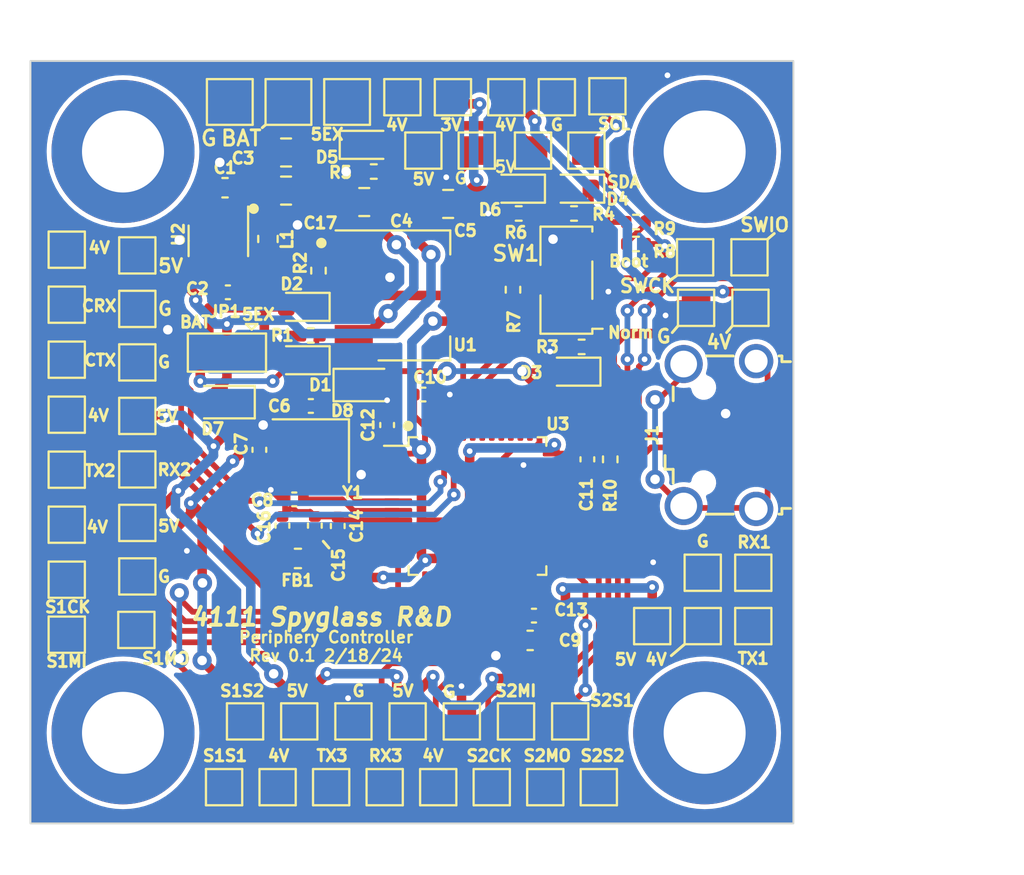
<source format=kicad_pcb>
(kicad_pcb (version 20221018) (generator pcbnew)
  (layers (0 "F.Cu" signal) (31 "B.Cu" power) (34 "B.Paste" user) (35 "F.Paste" user) (36 "B.SilkS" user "B.Silkscreen") (37 "F.SilkS" user "F.Silkscreen") (38 "B.Mask" user) (39 "F.Mask" user) (44 "Edge.Cuts" user))
  (net 0 "")
  (net 1 "+BATT")
  (net 2 "GND")
  (net 3 "Net-(U2-SW)")
  (net 4 "Net-(U2-BST)")
  (net 5 "VCC")
  (net 6 "+4V")
  (net 7 "+3.3V")
  (net 8 "/HSE_IN")
  (net 9 "/HSE_OUT")
  (net 10 "/NRST")
  (net 11 "+3.3VA")
  (net 12 "+5V")
  (net 13 "VBUS")
  (net 14 "Net-(D3-K)")
  (net 15 "Net-(D4-K)")
  (net 16 "VDD")
  (net 17 "Net-(D5-K)")
  (net 18 "/USB_D+")
  (net 19 "/USB_D-")
  (net 20 "/I2C1_SCL")
  (net 21 "/I2C1_SDA")
  (net 22 "/SW_BOOT0")
  (net 23 "/BOOT0")
  (net 24 "/CAN_TX")
  (net 25 "/CAN_RX")
  (net 26 "/USART3_TX")
  (net 27 "/USART3_RX")
  (net 28 "/SPI2_SCK")
  (net 29 "/SPI2_MISO")
  (net 30 "/SPI2_MOSI")
  (net 31 "/SPI2_CS1")
  (net 32 "/SPI2_CS2")
  (net 33 "/USART2_TX")
  (net 34 "/USART2_RX")
  (net 35 "/SPI1_SCK")
  (net 36 "/SP1_MISO")
  (net 37 "/SPI1_MOSI")
  (net 38 "/SPI1_CS1")
  (net 39 "/SPI1_CS2")
  (net 40 "/USART1_TX")
  (net 41 "/USART1_RX")
  (net 42 "/SWDIO")
  (net 43 "/SWCLK")
  (net 56 "unconnected-(J1-Shield-Pad6)")
  (net 57 "Net-(D1-K)")
  (net 58 "Net-(D2-K)")
  (net 59 "Net-(D6-K)")
  (footprint "Capacitor_SMD:C_0805_2012Metric" (layer "F.Cu") (at 117.4 107.4 180)
    (fp_text reference "C4")
    (fp_text value "20u")
  )
  (footprint "Package_TO_SOT_SMD:SOT-223-3_TabPin2" (layer "F.Cu") (at 120 112.3)
    (fp_text reference "U1")
    (fp_text value "AMS1117-3.3")
  )
  (footprint "Capacitor_SMD:C_0402_1005Metric" (layer "F.Cu") (at 114.81 124.38 90)
    (fp_text reference "C15")
    (fp_text value "1u")
  )
  (footprint "Inductor_SMD:L_0603_1608Metric" (layer "F.Cu") (at 112.35 109.3375 90)
    (fp_text reference "L1")
    (fp_text value "4.7uH")
  )
  (footprint "Capacitor_SMD:C_0805_2012Metric" (layer "F.Cu") (at 113.3 104.8)
    (fp_text reference "C3")
    (fp_text value "22u")
  )
  (footprint "Resistor_SMD:R_0402_1005Metric" (layer "F.Cu") (at 115 111 90)
    (fp_text reference "R2")
    (fp_text value "150")
  )
  (footprint "TestPoint:TestPoint_Pad_1.5x1.5mm" (layer "F.Cu") (at 120.5 104.7)
    (fp_text reference "TP7")
    (fp_text value "5V")
  )
  (footprint "TestPoint:TestPoint_Pad_1.5x1.5mm" (layer "F.Cu") (at 115.664284 138.1)
    (fp_text reference "TP20")
    (fp_text value "TX3")
  )
  (footprint "TestPoint:TestPoint_Pad_1.5x1.5mm" (layer "F.Cu") (at 101.8 118.557142)
    (fp_text reference "TP32")
    (fp_text value "4V")
  )
  (footprint "MountingHole:MountingHole_4.3mm_M4_DIN965_Pad" (layer "F.Cu") (at 135.25 135.25)
    (fp_text reference "H4")
    (fp_text value "MountingHole")
  )
  (footprint "Capacitor_SMD:C_0402_1005Metric" (layer "F.Cu") (at 118.6 119.1 90)
    (fp_text reference "C12")
    (fp_text value "100n")
  )
  (footprint "TestPoint:TestPoint_Pad_1.5x1.5mm" (layer "F.Cu") (at 116.833332 134.65)
    (fp_text reference "TP22")
    (fp_text value "G")
  )
  (footprint "TestPoint:TestPoint_Pad_1.5x1.5mm" (layer "F.Cu") (at 105.5 113.007142)
    (fp_text reference "TP17")
    (fp_text value "G")
  )
  (footprint "Resistor_SMD:R_0402_1005Metric" (layer "F.Cu") (at 125.5 108 180)
    (fp_text reference "R6")
    (fp_text value "68")
  )
  (footprint "MountingHole:MountingHole_4.3mm_M4_DIN965_Pad" (layer "F.Cu") (at 104.75 104.75)
    (fp_text reference "H1")
    (fp_text value "MountingHole")
  )
  (footprint "Button_Switch_SMD:Nidec_Copal_CAS-120A" (layer "F.Cu") (at 128 111.5 180)
    (fp_text reference "SW1")
    (fp_text value "Boot")
  )
  (footprint "TestPoint:TestPoint_Pad_1.5x1.5mm" (layer "F.Cu") (at 123.3 104.7)
    (fp_text reference "TP4")
    (fp_text value "G")
  )
  (footprint "Diode_SMD:D_SOD-323" (layer "F.Cu") (at 110.05 117.9 180)
    (fp_text reference "D7")
    (fp_text value "BAT60A")
  )
  (footprint "TestPoint:TestPoint_Pad_1.5x1.5mm" (layer "F.Cu") (at 132.5 129.65)
    (fp_text reference "TP44")
    (fp_text value "5V")
  )
  (footprint "TestPoint:TestPoint_Pad_1.5x1.5mm" (layer "F.Cu") (at 105.5 124.23571)
    (fp_text reference "TP36")
    (fp_text value "5V")
  )
  (footprint "TestPoint:TestPoint_Pad_1.5x1.5mm" (layer "F.Cu") (at 113.991666 134.65)
    (fp_text reference "TP18")
    (fp_text value "5V")
  )
  (footprint "Resistor_SMD:R_0402_1005Metric" (layer "F.Cu") (at 128.8 115 180)
    (fp_text reference "R3")
    (fp_text value "150")
  )
  (footprint "TestPoint:TestPoint_Pad_1.5x1.5mm" (layer "F.Cu") (at 105.5 110.2)
    (fp_text reference "TP13")
    (fp_text value "5V")
  )
  (footprint "TestPoint:TestPoint_Pad_1.5x1.5mm" (layer "F.Cu") (at 129.05 104.7)
    (fp_text reference "TP11")
    (fp_text value "SDA")
  )
  (footprint "Capacitor_SMD:C_0402_1005Metric" (layer "F.Cu") (at 110.25 112.1375)
    (fp_text reference "C2")
    (fp_text value "100n")
  )
  (footprint "Inductor_SMD:L_0603_1608Metric" (layer "F.Cu") (at 113.9225 126.1 180)
    (fp_text reference "FB1")
    (fp_text value "120R")
  )
  (footprint "TestPoint:TestPoint_Pad_1.5x1.5mm" (layer "F.Cu") (at 134.8 112.95)
    (fp_text reference "TP52")
    (fp_text value "G")
  )
  (footprint "TestPoint:TestPoint_Pad_1.5x1.5mm" (layer "F.Cu") (at 122.05 101.9)
    (fp_text reference "TP5")
    (fp_text value "3V")
  )
  (footprint "LED_SMD:LED_0603_1608Metric" (layer "F.Cu") (at 114.1 112.9 180)
    (fp_text reference "D2")
    (fp_text value "RED V5 External" hide)
  )
  (footprint "TestPoint:TestPoint_Pad_1.5x1.5mm" (layer "F.Cu") (at 124.08571 138.1)
    (fp_text reference "TP25")
    (fp_text value "S2CK")
  )
  (footprint "TestPoint:TestPoint_Pad_1.5x1.5mm" (layer "F.Cu") (at 105.45 129.85)
    (fp_text reference "TP40")
    (fp_text value "S1MO")
  )
  (footprint "TestPoint:TestPoint_Pad_1.5x1.5mm" (layer "F.Cu") (at 137.8 129.65)
    (fp_text reference "TP46")
    (fp_text value "TX1")
  )
  (footprint "LED_SMD:LED_0603_1608Metric" (layer "F.Cu") (at 128.3 116.3 180)
    (fp_text reference "D3")
    (fp_text value "RED V5 USB")
  )
  (footprint "TestPoint:TestPoint_Pad_1.5x1.5mm" (layer "F.Cu") (at 101.8 109.9)
    (fp_text reference "TP14")
    (fp_text value "4V")
  )
  (footprint "TestPoint:TestPoint_Pad_1.5x1.5mm" (layer "F.Cu") (at 134.75 110.3)
    (fp_text reference "TP51")
    (fp_text value "SWCK")
  )
  (footprint "Capacitor_SMD:C_0402_1005Metric" (layer "F.Cu") (at 113.11 124.38 90)
    (fp_text reference "C16")
    (fp_text value "1u")
  )
  (footprint "LED_SMD:LED_0603_1608Metric" (layer "F.Cu") (at 125.39 106.7 180)
    (fp_text reference "D6")
    (fp_text value "GREEN V3")
  )
  (footprint "TestPoint:TestPoint_Pad_1.5x1.5mm" (layer "F.Cu") (at 128.2 134.65)
    (fp_text reference "TP28")
    (fp_text value "S2S1")
  )
  (footprint "TestPoint:TestPoint_Pad_1.5x1.5mm" (layer "F.Cu") (at 105.5 115.814284)
    (fp_text reference "TP35")
    (fp_text value "G")
  )
  (footprint "TestPoint:TestPoint_Pad_1.5x1.5mm" (layer "F.Cu") (at 126.892852 138.1)
    (fp_text reference "TP27")
    (fp_text value "S2MO")
  )
  (footprint "TestPoint:TestPoint_Pad_1.5x1.5mm" (layer "F.Cu") (at 127.5 101.9)
    (fp_text reference "TP12")
    (fp_text value "G")
  )
  (footprint "TestPoint:TestPoint_Pad_1.5x1.5mm" (layer "F.Cu") (at 121.278568 138.1)
    (fp_text reference "TP24")
    (fp_text value "4V")
  )
  (footprint "Resistor_SMD:R_0402_1005Metric" (layer "F.Cu") (at 117.9 105.8 180)
    (fp_text reference "R5")
    (fp_text value "120")
  )
  (footprint "TestPoint:TestPoint_Pad_1.5x1.5mm" (layer "F.Cu") (at 112.857142 138.1)
    (fp_text reference "TP19")
    (fp_text value "4V")
  )
  (footprint "Resistor_SMD:R_0402_1005Metric" (layer "F.Cu") (at 128.4 108 180)
    (fp_text reference "R4")
    (fp_text value "150")
  )
  (footprint "TestPoint:TestPoint_Pad_1.5x1.5mm" (layer "F.Cu") (at 135.15 126.85)
    (fp_text reference "TP48")
    (fp_text value "G")
  )
  (footprint "TestPoint:TestPoint_Pad_1.5x1.5mm" (layer "F.Cu") (at 101.8 121.442856)
    (fp_text reference "TP33")
    (fp_text value "TX2")
  )
  (footprint "Capacitor_SMD:C_0402_1005Metric" (layer "F.Cu") (at 113.73 123 180)
    (fp_text reference "C8")
    (fp_text value "100n")
  )
  (footprint "TestPoint:TestPoint_Pad_1.5x1.5mm" (layer "F.Cu") (at 101.8 115.671428)
    (fp_text reference "TP16")
    (fp_text value "CTX")
  )
  (footprint "TestPoint:TestPoint_Pad_1.5x1.5mm" (layer "F.Cu") (at 118.471426 138.1)
    (fp_text reference "TP21")
    (fp_text value "RX3")
  )
  (footprint "TestPoint:TestPoint_Pad_1.5x1.5mm" (layer "F.Cu") (at 101.8 130.1)
    (fp_text reference "TP39")
    (fp_text value "S1MI")
  )
  (footprint "TestPoint:TestPoint_Pad_1.5x1.5mm" (layer "F.Cu") (at 101.8 124.32857)
    (fp_text reference "TP37")
    (fp_text value "4V")
  )
  (footprint "Capacitor_SMD:C_0402_1005Metric" (layer "F.Cu") (at 111.9 120.4 90)
    (fp_text reference "C7")
    (fp_text value "10p")
  )
  (footprint "Resistor_SMD:R_0402_1005Metric" (layer "F.Cu") (at 131.65 109.6)
    (fp_text reference "R8")
    (fp_text value "4k7")
  )
  (footprint "TestPoint:TestPoint_Pad_1.5x1.5mm" (layer "F.Cu") (at 129.7 138.1)
    (fp_text reference "TP29")
    (fp_text value "S2S2")
  )
  (footprint "Resistor_SMD:R_0402_1005Metric" (layer "F.Cu") (at 125.2 112 -90)
    (fp_text reference "R7")
    (fp_text value "10k")
  )
  (footprint "TestPoint:TestPoint_Pad_1.5x1.5mm" (layer "F.Cu") (at 119.4 101.9)
    (fp_text reference "TP6")
    (fp_text value "4V")
  )
  (footprint "TestPoint:TestPoint_Pad_1.5x1.5mm" (layer "F.Cu") (at 110.05 138.1)
    (fp_text reference "TP41")
    (fp_text value "S1S1")
  )
  (footprint "Capacitor_SMD:C_0402_1005Metric" (layer "F.Cu") (at 126.3 129.1 180)
    (fp_text reference "C13")
    (fp_text value "100n")
  )
  (footprint "Package_TO_SOT_SMD:TSOT-23-6" (layer "F.Cu") (at 109.75 109.4375 -90)
    (fp_text reference "U2")
    (fp_text value "AP63205WU" hide)
  )
  (footprint "Capacitor_SMD:C_0402_1005Metric" (layer "F.Cu") (at 120.5 117.5)
    (fp_text reference "C10")
    (fp_text value "100n")
  )
  (footprint "Capacitor_SMD:C_0402_1005Metric" (layer "F.Cu") (at 114.6 118.1 180)
    (fp_text reference "C6")
    (fp_text value "10p")
  )
  (footprint "Capacitor_SMD:C_0805_2012Metric" (layer "F.Cu") (at 121.8 107.5 180)
    (fp_text reference "C5")
    (fp_text value "20u")
  )
  (footprint "TestPoint:TestPoint_Pad_1.5x1.5mm" (layer "F.Cu") (at 125.35833 134.65)
    (fp_text reference "TP26")
    (fp_text value "S2MI")
  )
  (footprint "Resistor_SMD:R_0402_1005Metric" (layer "F.Cu") (at 114.6 114.4 180)
    (fp_text reference "R1")
    (fp_text value "150")
  )
  (footprint "TestPoint:TestPoint_Pad_1.5x1.5mm" (layer "F.Cu") (at 124.85 101.9)
    (fp_text reference "TP9")
    (fp_text value "4V")
  )
  (footprint "Diode_SMD:D_SOD-323" (layer "F.Cu") (at 117.4 117)
    (fp_text reference "D8")
    (fp_text value "BAT60A")
  )
  (footprint "Capacitor_SMD:C_0402_1005Metric" (layer "F.Cu") (at 129.1 120.9 -90)
    (fp_text reference "C11")
    (fp_text value "100n")
  )
  (footprint "LED_SMD:LED_0603_1608Metric" (layer "F.Cu") (at 117.6 104.4)
    (fp_text reference "D5")
    (fp_text value "GREEN V4")
  )
  (footprint "MountingHole:MountingHole_4.3mm_M4_DIN965_Pad" (layer "F.Cu") (at 135.25 104.75)
    (fp_text reference "H2")
    (fp_text value "MountingHole")
  )
  (footprint "TestPoint:TestPoint_Pad_1.5x1.5mm" (layer "F.Cu") (at 126.25 104.7)
    (fp_text reference "TP8")
    (fp_text value "5V")
  )
  (footprint "Capacitor_SMD:C_0603_1608Metric" (layer "F.Cu") (at 110.1 106.65 180)
    (fp_text reference "C1")
    (fp_text value "10u")
  )
  (footprint "TestPoint:TestPoint_Pad_1.5x1.5mm" (layer "F.Cu") (at 105.5 118.621426)
    (fp_text reference "TP31")
    (fp_text value "5V")
  )
  (footprint "TestPoint:TestPoint_Pad_1.5x1.5mm" (layer "F.Cu") (at 137.6 110.3)
    (fp_text reference "TP50")
    (fp_text value "SWIO")
  )
  (footprint "TestPoint:TestPoint_Pad_2.0x2.0mm" (layer "F.Cu") (at 110.35 102.15)
    (fp_text reference "TP3")
    (fp_text value "G")
  )
  (footprint "Package_QFP:LQFP-48_7x7mm_P0.5mm" (layer "F.Cu") (at 123.3375 123.35)
    (fp_text reference "U3")
    (fp_text value "STM32F103C8T6" hide)
  )
  (footprint "TestPoint:TestPoint_Pad_1.5x1.5mm" (layer "F.Cu") (at 105.5 121.428568)
    (fp_text reference "TP34")
    (fp_text value "RX2")
  )
  (footprint "Connector_USB:USB_Micro-B_Wuerth_629105150521_CircularHoles" (layer "F.Cu") (at 136 119.625 90)
    (fp_text reference "J1")
    (fp_text value "USB_B_Micro")
  )
  (footprint "TestPoint:TestPoint_Pad_1.5x1.5mm" (layer "F.Cu") (at 101.8 112.785714)
    (fp_text reference "TP15")
    (fp_text value "CRX")
  )
  (footprint "TestPoint:TestPoint_Pad_1.5x1.5mm" (layer "F.Cu") (at 105.5 127.042852)
    (fp_text reference "TP43")
    (fp_text value "G")
  )
  (footprint "TestPoint:TestPoint_Pad_1.5x1.5mm" (layer "F.Cu") (at 101.8 127.214284)
    (fp_text reference "TP38")
    (fp_text value "S1CK")
  )
  (footprint "TestPoint:TestPoint_Pad_1.5x1.5mm" (layer "F.Cu") (at 135.15 129.65)
    (fp_text reference "TP45")
    (fp_text value "4V")
  )
  (footprint "TestPoint:TestPoint_Pad_1.5x1.5mm" (layer "F.Cu") (at 111.15 134.65)
    (fp_text reference "TP42")
    (fp_text value "S1S2")
  )
  (footprint "Crystal:Crystal_SMD_3225-4Pin_3.2x2.5mm" (layer "F.Cu") (at 114.6 120.45 180)
    (fp_text reference "Y1")
    (fp_text value "16MHz")
  )
  (footprint "TestPoint:TestPoint_Pad_1.5x1.5mm" (layer "F.Cu") (at 119.674998 134.65)
    (fp_text reference "TP23")
    (fp_text value "5V")
  )
  (footprint "TestPoint:TestPoint_Pad_1.5x1.5mm" (layer "F.Cu") (at 122.516664 134.65)
    (fp_text reference "TP30")
    (fp_text value "G")
  )
  (footprint "Resistor_SMD:R_0402_1005Metric" (layer "F.Cu") (at 130.3 120.9 -90)
    (fp_text reference "R10")
    (fp_text value "1k5")
  )
  (footprint "TestPoint:TestPoint_Pad_1.5x1.5mm" (layer "F.Cu") (at 130.15 101.85)
    (fp_text reference "TP10")
    (fp_text value "SCL")
  )
  (footprint "MountingHole:MountingHole_4.3mm_M4_DIN965_Pad" (layer "F.Cu") (at 104.75 135.25)
    (fp_text reference "H3")
    (fp_text value "MountingHole")
  )
  (footprint "Resistor_SMD:R_0402_1005Metric" (layer "F.Cu") (at 131.65 108.45 180)
    (fp_text reference "R9")
    (fp_text value "4k7")
  )
  (footprint "Capacitor_SMD:C_0603_1608Metric" (layer "F.Cu") (at 126.1 130.4 180)
    (fp_text reference "C9")
    (fp_text value "10u")
  )
  (footprint "Capacitor_SMD:C_0805_2012Metric" (layer "F.Cu") (at 113.3 106.8)
    (fp_text reference "C17")
    (fp_text value "22u")
  )
  (footprint "LED_SMD:LED_0603_1608Metric" (layer "F.Cu") (at 114.1 115.7 180)
    (fp_text reference "D1")
    (fp_text value "RED V5 Internal" hide)
  )
  (footprint "Capacitor_SMD:C_0402_1005Metric" (layer "F.Cu") (at 116.01 124.4 90)
    (fp_text reference "C14")
    (fp_text value "10n")
  )
  (footprint "TestPoint:TestPoint_Pad_2.0x2.0mm" (layer "F.Cu") (at 116.5 102.15)
    (fp_text reference "TP2")
    (fp_text value "5EX")
  )
  (footprint "Jumper:SolderJumper-3_P1.3mm_Open_Pad1.0x1.5mm" (layer "F.Cu") (at 110.2 115.3 180)
    (fp_text reference "JP1")
    (fp_text value "5V Intern/Extern")
  )
  (footprint "TestPoint:TestPoint_Pad_1.5x1.5mm" (layer "F.Cu") (at 137.65 112.95)
    (fp_text reference "TP49")
    (fp_text value "4V")
  )
  (footprint "TestPoint:TestPoint_Pad_2.0x2.0mm" (layer "F.Cu") (at 113.425 102.15)
    (fp_text reference "TP1")
    (fp_text value "BAT")
  )
  (footprint "LED_SMD:LED_0603_1608Metric" (layer "F.Cu") (at 128.5 106.7 180)
    (fp_text reference "D4")
    (fp_text value "GREEN V5")
  )
  (footprint "TestPoint:TestPoint_Pad_1.5x1.5mm" (layer "F.Cu") (at 137.8 126.85)
    (fp_text reference "TP47")
    (fp_text value "RX1")
  )
  (gr_line (start 115.25 125.2) (end 115.55 125.55) (stroke (width 0.15)) (layer "F.SilkS"))
  (gr_line (start 133.85 113.9) (end 133.55 114.25) (stroke (width 0.15)) (layer "F.SilkS"))
  (gr_circle (center 119.7 119.15) (end 119.9 119.15) (stroke (width 0.15)) (fill solid) (layer "F.SilkS"))
  (gr_line (start 133.8 111.25) (end 133.45 111.5) (stroke (width 0.15)) (layer "F.SilkS"))
  (gr_line (start 136.7 113.9) (end 136.4 114.25) (stroke (width 0.15)) (layer "F.SilkS"))
  (gr_line (start 138.55 109.35) (end 138.9 109.05) (stroke (width 0.15)) (layer "F.SilkS"))
  (gr_circle (center 115.15 109.55) (end 115.35 109.55) (stroke (width 0.15)) (fill solid) (layer "F.SilkS"))
  (gr_line (start 112.225 103.35) (end 112.05 103.5) (stroke (width 0.15)) (layer "F.SilkS"))
  (gr_line (start 133.5 131.2) (end 134.2 130.6) (stroke (width 0.15)) (layer "F.SilkS"))
  (gr_circle (center 111.6 107.75) (end 111.8 107.75) (stroke (width 0.15)) (fill solid) (layer "F.SilkS"))
  (gr_line (start 130 105.65) (end 130.25 105.85) (stroke (width 0.15)) (layer "F.SilkS"))
  (gr_rect (start 99.9 100) (end 139.9 140) (stroke (width 0.1)) (fill none) (layer "Edge.Cuts"))
  (gr_text "4111 Spyglass R&D" (at 108.2 129.7) (layer "F.SilkS") (effects (font (size 0.9 0.9) (thickness 0.2) bold italic) (justify left bottom)))
  (gr_text "Boot" (at 130.15 110.85) (layer "F.SilkS") (effects (font (size 0.6 0.6)) (justify left bottom)))
  (gr_text "Norm\n" (at 130.1 114.6) (layer "F.SilkS") (effects (font (size 0.6 0.6)) (justify left bottom)))
  (gr_text "Periphery Controller\nRev 0.1 2/18/24" (at 115.4 131.55) (layer "F.SilkS") (effects (font (size 0.6 0.6) (thickness 0.125)) (justify bottom)))
  (gr_text "BAT" (at 107.65 114.05) (layer "F.SilkS") (effects (font (size 0.6 0.6)) (justify left bottom)))
  (gr_text "5EX" (at 110.9 113.65) (layer "F.SilkS") (effects (font (size 0.6 0.6)) (justify left bottom)))
  (segment (start 109.75 108.3) (end 108.8 108.3) (width 0.5) (layer "F.Cu") (net 1))
  (segment (start 109.75 107.734816) (end 109.75 108.3) (width 0.5) (layer "F.Cu") (net 1))
  (segment (start 110.775 107.1875) (end 110.297316 107.1875) (width 0.5) (layer "F.Cu") (net 1))
  (segment (start 110.297316 107.1875) (end 109.75 107.734816) (width 0.5) (layer "F.Cu") (net 1))
  (segment (start 110.775 104.625) (end 110.775 107.1875) (width 0.5) (layer "F.Cu") (net 1))
  (segment (start 112.8 102.6) (end 110.775 104.625) (width 0.5) (layer "F.Cu") (net 1))
  (segment (start 111.9 119.92) (end 113.18 119.92) (width 0.5) (layer "F.Cu") (net 2))
  (segment (start 114.563423 123.653423) (end 114.81 123.9) (width 0.3) (layer "F.Cu") (net 2))
  (segment (start 113.25 123) (end 113 123) (width 0.3) (layer "F.Cu") (net 2))
  (segment (start 107.7 109.475) (end 108.8 110.575) (width 0.5) (layer "F.Cu") (net 2))
  (segment (start 115.99 123.9) (end 116.01 123.92) (width 0.3) (layer "F.Cu") (net 2))
  (segment (start 118.45 111.05) (end 118.75 111.35) (width 0.5) (layer "F.Cu") (net 2))
  (segment (start 106.757148 127.042852) (end 105.5 127.042852) (width 0.5) (layer "F.Cu") (net 2))
  (segment (start 113.06 114.4) (end 114.09 114.4) (width 0.5) (layer "F.Cu") (net 2))
  (segment (start 127.5 121.1) (end 128.82 121.1) (width 0.3) (layer "F.Cu") (net 2))
  (segment (start 113.5 119.6) (end 113.5 118.72) (width 0.5) (layer "F.Cu") (net 2))
  (segment (start 115.4 121.3) (end 115.7 121.3) (width 0.3) (layer "F.Cu") (net 2))
  (segment (start 125.5875 128.8675) (end 125.82 129.1) (width 0.3) (layer "F.Cu") (net 2))
  (segment (start 113 123) (end 112.5 122.5) (width 0.3) (layer "F.Cu") (net 2))
  (segment (start 116.19 124.1) (end 116.01 123.92) (width 0.3) (layer "F.Cu") (net 2))
  (segment (start 123.9 108) (end 124.99 108) (width 0.5) (layer "F.Cu") (net 2))
  (segment (start 124.523959 131.201041) (end 125.325 130.4) (width 0.5) (layer "F.Cu") (net 2))
  (segment (start 121.7 106.1) (end 122.033333 106.1) (width 0.3) (layer "F.Cu") (net 2))
  (segment (start 113.11 123.9) (end 113.606577 123.403423) (width 0.3) (layer "F.Cu") (net 2))
  (segment (start 116.45 109.6) (end 116.85 110) (width 0.5) (layer "F.Cu") (net 2))
  (segment (start 113.13 119.97) (end 113.5 119.6) (width 0.3) (layer "F.Cu") (net 2))
  (segment (start 116.4 109.55) (end 115.35 109.55) (width 0.5) (layer "F.Cu") (net 2))
  (segment (start 122.5 132.8) (end 122.5 134.55) (width 0.5) (layer "F.Cu") (net 2))
  (segment (start 113.25 123.76) (end 113.11 123.9) (width 0.3) (layer "F.Cu") (net 2))
  (segment (start 114.556846 123.66) (end 114.563423 123.653423) (width 0.3) (layer "F.Cu") (net 2))
  (segment (start 130.2 112.1) (end 130.2 112.6) (width 0.5) (layer "F.Cu") (net 2))
  (segment (start 105.5 115.814284) (end 105.5 115.7) (width 0.3) (layer "F.Cu") (net 2))
  (segment (start 133.85 112.7) (end 134.95 112.7) (width 0.3) (layer "F.Cu") (net 2))
  (segment (start 112.96 114.5) (end 113.06 114.4) (width 0.3) (layer "F.Cu") (net 2))
  (segment (start 125.82 129.1) (end 125.82 129.905) (width 0.5) (layer "F.Cu") (net 2))
  (segment (start 125.82 129.905) (end 125.325 130.4) (width 0.5) (layer "F.Cu") (net 2))
  (segment (start 116.733334 134.5) (end 116.733334 133.033334) (width 0.5) (layer "F.Cu") (net 2))
  (segment (start 113.18 119.92) (end 113.5 119.6) (width 0.3) (layer "F.Cu") (net 2))
  (segment (start 111.9 119.3) (end 112.1 119.1) (width 0.3) (layer "F.Cu") (net 2))
  (segment (start 113.9 108.6) (end 114.25 108.25) (width 0.5) (layer "F.Cu") (net 2))
  (segment (start 113.863154 123.66) (end 114.556846 123.66) (width 0.3) (layer "F.Cu") (net 2))
  (segment (start 116.45 107.4) (end 116.45 109.6) (width 0.5) (layer "F.Cu") (net 2))
  (segment (start 121.0875 117.6075) (end 121.0875 119.1875) (width 0.3) (layer "F.Cu") (net 2))
  (segment (start 133.3 100.75) (end 132.95 100.4) (width 0.5) (layer "F.Cu") (net 2))
  (segment (start 107.7 109.4) (end 107.7 109.475) (width 0.3) (layer "F.Cu") (net 2))
  (segment (start 116.85 110) (end 117.4 110) (width 0.5) (layer "F.Cu") (net 2))
  (segment (start 118.6 118.62) (end 118.6 117.8) (width 0.5) (layer "F.Cu") (net 2))
  (segment (start 115.35 109.55) (end 115 109.9) (width 0.5) (layer "F.Cu") (net 2))
  (segment (start 105.5 113.007142) (end 106.007142 113.007142) (width 0.3) (layer "F.Cu") (net 2))
  (segment (start 132.95 100.4) (end 128.45625 100.4) (width 0.5) (layer "F.Cu") (net 2))
  (segment (start 127.3 109.35) (end 127.3 108.59) (width 0.3) (layer "F.Cu") (net 2))
  (segment (start 117.39 105.8) (end 116.45 105.8) (width 0.5) (layer "F.Cu") (net 2))
  (segment (start 120.98 117.5) (end 121.8875 117.5) (width 0.3) (layer "F.Cu") (net 2))
  (segment (start 113.5 119.6) (end 113.7 119.6) (width 0.3) (layer "F.Cu") (net 2))
  (segment (start 128.82 121.1) (end 129.1 121.38) (width 0.3) (layer "F.Cu") (net 2))
  (segment (start 129.55 113.25) (end 129.15 113.25) (width 0.3) (layer "F.Cu") (net 2))
  (segment (start 106.007142 113.007142) (end 107.1 114.1) (width 0.5) (layer "F.Cu") (net 2))
  (segment (start 133 126.75) (end 135.05 126.75) (width 0.5) (layer "F.Cu") (net 2))
  (segment (start 117.4 110) (end 118.45 111.05) (width 0.5) (layer "F.Cu") (net 2))
  (segment (start 125.85 121.1) (end 127.5 121.1) (width 0.3) (layer "F.Cu") (net 2))
  (segment (start 116.8375 121.3) (end 115.7 121.3) (width 0.5) (layer "F.Cu") (net 2))
  (segment (start 122.033333 106.1) (end 123.433333 104.7) (width 0.5) (layer "F.Cu") (net 2))
  (segment (start 130.2 112.6) (end 129.55 113.25) (width 0.5) (layer "F.Cu") (net 2))
  (segment (start 109.825 102.625) (end 110.35 102.1) (width 0.5) (layer "F.Cu") (net 2))
  (segment (start 116.45 107.4) (end 116.45 105.8) (width 0.5) (layer "F.Cu") (net 2))
  (segment (start 135.05 126.75) (end 135.15 126.85) (width 0.5) (layer "F.Cu") (net 2))
  (segment (start 116.733334 133.033334) (end 116.7 133) (width 0.3) (layer "F.Cu") (net 2))
  (segment (start 114.25 108.25) (end 114.25 106.8) (width 0.5) (layer "F.Cu") (net 2))
  (segment (start 120.98 117.5) (end 121.0875 117.6075) (width 0.3) (layer "F.Cu") (net 2))
  (segment (start 111.9 119.92) (end 111.9 119.3) (width 0.5) (layer "F.Cu") (net 2))
  (segment (start 113.7 119.6) (end 115.4 121.3) (width 0.3) (layer "F.Cu") (net 2))
  (segment (start 117.2375 121.7) (end 116.8375 121.3) (width 0.5) (layer "F.Cu") (net 2))
  (segment (start 132.55 126.3) (end 133 126.75) (width 0.5) (layer "F.Cu") (net 2))
  (segment (start 121.7 106.65) (end 120.85 107.5) (width 0.3) (layer "F.Cu") (net 2))
  (segment (start 113.5 118.72) (end 114.12 118.1) (width 0.5) (layer "F.Cu") (net 2))
  (segment (start 113.606577 123.403423) (end 113.863154 123.66) (width 0.3) (layer "F.Cu") (net 2))
  (segment (start 109.825 105.320438) (end 109.225 105.920438) (width 0.5) (layer "F.Cu") (net 2))
  (segment (start 127.38995 115) (end 128.29 115) (width 0.3) (layer "F.Cu") (net 2))
  (segment (start 125.75 121.2) (end 125.85 121.1) (width 0.3) (layer "F.Cu") (net 2))
  (segment (start 122.5 134.55) (end 122.6 134.65) (width 0.5) (layer "F.Cu") (net 2))
  (segment (start 115 109.9) (end 115 110.49) (width 0.5) (layer "F.Cu") (net 2))
  (segment (start 109.825 105.320438) (end 109.825 102.625) (width 0.5) (layer "F.Cu") (net 2))
  (segment (start 125.5875 127.5125) (end 125.5875 128.8675) (width 0.3) (layer "F.Cu") (net 2))
  (segment (start 127.144975 115.244975) (end 127.38995 115) (width 0.3) (layer "F.Cu") (net 2))
  (segment (start 135.25 118.35) (end 135.4 118.5) (width 0.5) (layer "F.Cu") (net 2))
  (segment (start 124.301041 131.201041) (end 124.523959 131.201041) (width 0.3) (layer "F.Cu") (net 2))
  (segment (start 105.5 115.7) (end 107.1 114.1) (width 0.5) (layer "F.Cu") (net 2))
  (segment (start 108.1 125.7) (end 106.757148 127.042852) (width 0.5) (layer "F.Cu") (net 2))
  (segment (start 133.2 113.35) (end 133.85 112.7) (width 0.3) (layer "F.Cu") (net 2))
  (segment (start 121.7 106.1) (end 121.7 106.65) (width 0.5) (layer "F.Cu") (net 2))
  (segment (start 114.81 123.9) (end 115.99 123.9) (width 0.3) (layer "F.Cu") (net 2))
  (segment (start 135.1 118.35) (end 134.39 118.35) (width 0.3) (layer "F.Cu") (net 2))
  (segment (start 128.45625 100.4) (end 126.95625 101.9) (width 0.5) (layer "F.Cu") (net 2))
  (segment (start 127.3 108.59) (end 127.89 108) (width 0.3) (layer "F.Cu") (net 2))
  (segment (start 109.225 105.920438) (end 109.225 106.6) (width 0.5) (layer "F.Cu") (net 2))
  (segment (start 119.175 124.1) (end 116.19 124.1) (width 0.3) (layer "F.Cu") (net 2))
  (segment (start 113.25 123) (end 113.25 123.76) (width 0.3) (layer "F.Cu") (net 2))
  (segment (start 114.25 104.8) (end 114.25 106.8) (width 0.5) (layer "F.Cu") (net 2))
  (segment (start 135.4 118.5) (end 136.35 118.5) (width 0.5) (layer "F.Cu") (net 2))
  (via (at 123.9 108) (size 0.7) (drill 0.3) (layers "F.Cu" "B.Cu") (net 2))
  (via (at 125.75 121.2) (size 0.7) (drill 0.3) (layers "F.Cu" "B.Cu") (net 2))
  (via (at 118.6 117.8) (size 0.7) (drill 0.3) (layers "F.Cu" "B.Cu") (net 2))
  (via (at 127.3 109.35) (size 1) (drill 0.5) (layers "F.Cu" "B.Cu") (net 2))
  (via (at 116.55 133.431249) (size 0.7) (drill 0.3) (layers "F.Cu" "B.Cu") (net 2))
  (via (at 109.825 105.320438) (size 1) (drill 0.5) (layers "F.Cu" "B.Cu") (net 2))
  (via (at 122.5 132.8) (size 0.7) (drill 0.3) (layers "F.Cu" "B.Cu") (net 2))
  (via (at 108.1 125.7) (size 0.7) (drill 0.3) (layers "F.Cu" "B.Cu") (net 2))
  (via (at 121.7 106.1) (size 0.7) (drill 0.3) (layers "F.Cu" "B.Cu") (net 2))
  (via (at 127.144975 115.244975) (size 0.7) (drill 0.3) (layers "F.Cu" "B.Cu") (net 2))
  (via (at 112.1 119.1) (size 1) (drill 0.5) (layers "F.Cu" "B.Cu") (net 2))
  (via (at 112.96 114.5) (size 0.7) (drill 0.3) (layers "F.Cu" "B.Cu") (net 2))
  (via (at 132.55 126.3) (size 0.7) (drill 0.3) (layers "F.Cu" "B.Cu") (net 2))
  (via (at 113.9 108.6) (size 1) (drill 0.5) (layers "F.Cu" "B.Cu") (net 2))
  (via (at 117.2375 121.7) (size 1) (drill 0.5) (layers "F.Cu" "B.Cu") (net 2))
  (via (at 107.7 109.4) (size 1) (drill 0.5) (layers "F.Cu" "B.Cu") (net 2))
  (via (at 112.5 122.5) (size 0.7) (drill 0.3) (layers "F.Cu" "B.Cu") (net 2))
  (via (at 118.75 111.35) (size 1) (drill 0.5) (layers "F.Cu" "B.Cu") (net 2))
  (via (at 107.1 114.1) (size 1) (drill 0.5) (layers "F.Cu" "B.Cu") (net 2))
  (via (at 133.3 100.75) (size 0.7) (drill 0.3) (layers "F.Cu" "B.Cu") (net 2))
  (via (at 130.2 112.1) (size 0.7) (drill 0.3) (layers "F.Cu" "B.Cu") (net 2))
  (via (at 116.45 105.8) (size 1) (drill 0.5) (layers "F.Cu" "B.Cu") (net 2))
  (via (at 124.301041 131.201041) (size 1) (drill 0.5) (layers "F.Cu" "B.Cu") (net 2))
  (via (at 136.35 118.5) (size 1) (drill 0.5) (layers "F.Cu" "B.Cu") (net 2))
  (via (at 121.8875 117.5) (size 0.7) (drill 0.3) (layers "F.Cu" "B.Cu") (net 2))
  (via (at 133.2 113.35) (size 0.7) (drill 0.3) (layers "F.Cu" "B.Cu") (net 2))
  (segment (start 109.75 110.575) (end 109.75 112.1175) (width 0.3) (layer "F.Cu") (net 3))
  (segment (start 109.75 112.1175) (end 109.77 112.1375) (width 0.3) (layer "F.Cu") (net 3))
  (segment (start 111.15 110.125) (end 112.35 110.125) (width 0.3) (layer "F.Cu") (net 4))
  (segment (start 110.7 110.575) (end 110.7 112.1075) (width 0.3) (layer "F.Cu") (net 4))
  (segment (start 110.7 112.1075) (end 110.73 112.1375) (width 0.3) (layer "F.Cu") (net 4))
  (segment (start 110.7 110.575) (end 111.15 110.125) (width 0.3) (layer "F.Cu") (net 4))
  (segment (start 113.275 111.0125) (end 111.7875 111.0125) (width 0.5) (layer "F.Cu") (net 5))
  (segment (start 113.3125 115.7) (end 113.3125 116.0875) (width 0.3) (layer "F.Cu") (net 5))
  (segment (start 109.25 112.95) (end 109.25 114.95) (width 0.5) (layer "F.Cu") (net 5))
  (segment (start 111.951818 108.3) (end 113.275 109.623182) (width 0.5) (layer "F.Cu") (net 5))
  (segment (start 113.275 109.623182) (end 113.275 111.0125) (width 0.5) (layer "F.Cu") (net 5))
  (segment (start 112.35 108.55) (end 112.35 106.8) (width 0.5) (layer "F.Cu") (net 5))
  (segment (start 108.8 116.8) (end 108.8 115.4) (width 0.5) (layer "F.Cu") (net 5))
  (segment (start 108.8 115.4) (end 108.9 115.3) (width 0.3) (layer "F.Cu") (net 5))
  (segment (start 110.7 108.3) (end 111.951818 108.3) (width 0.5) (layer "F.Cu") (net 5))
  (segment (start 111.065766 112.95) (end 109.25 112.95) (width 0.5) (layer "F.Cu") (net 5))
  (segment (start 112.35 106.8) (end 112.35 104.8) (width 0.5) (layer "F.Cu") (net 5))
  (segment (start 109.25 114.95) (end 108.9 115.3) (width 0.5) (layer "F.Cu") (net 5))
  (segment (start 111.46 111.34) (end 111.46 112.555766) (width 0.5) (layer "F.Cu") (net 5))
  (segment (start 111.7875 111.0125) (end 111.46 111.34) (width 0.5) (layer "F.Cu") (net 5))
  (segment (start 110.7 108.3) (end 112.1 108.3) (width 0.5) (layer "F.Cu") (net 5))
  (segment (start 111.46 112.555766) (end 111.065766 112.95) (width 0.5) (layer "F.Cu") (net 5))
  (segment (start 113.3125 116.0875) (end 112.6 116.8) (width 0.3) (layer "F.Cu") (net 5))
  (segment (start 112.1 108.3) (end 112.35 108.55) (width 0.5) (layer "F.Cu") (net 5))
  (via (at 112.6 116.8) (size 0.7) (drill 0.3) (layers "F.Cu" "B.Cu") (net 5))
  (via (at 108.8 116.8) (size 0.7) (drill 0.3) (layers "F.Cu" "B.Cu") (net 5))
  (segment (start 112.6 116.8) (end 108.8 116.8) (width 0.3) (layer "B.Cu") (net 5))
  (segment (start 100.4 116.764284) (end 100.4 111.1) (width 0.5) (layer "F.Cu") (net 6))
  (segment (start 109.6 132.156533) (end 109.6 135.651472) (width 0.5) (layer "F.Cu") (net 6))
  (segment (start 117.300377 114.6) (end 116.85 114.6) (width 0.5) (layer "F.Cu") (net 6))
  (segment (start 132.16 108.45) (end 132.16 108.54) (width 0.3) (layer "F.Cu") (net 6))
  (segment (start 108.3 123.2) (end 108.3 123.75) (width 0.5) (layer "F.Cu") (net 6))
  (segment (start 135.1 129.65) (end 135.15 129.65) (width 0.3) (layer "F.Cu") (net 6))
  (segment (start 113.1 117.9) (end 114 117) (width 0.5) (layer "F.Cu") (net 6))
  (segment (start 109.6 135.651472) (end 110.498528 136.55) (width 0.5) (layer "F.Cu") (net 6))
  (segment (start 103.125 125.65714) (end 100.4 122.93214) (width 0.5) (layer "F.Cu") (net 6))
  (segment (start 136.8 112.1) (end 137.65 112.95) (width 0.5) (layer "F.Cu") (net 6))
  (segment (start 108.897624 131.454157) (end 109.6 132.156533) (width 0.5) (layer "F.Cu") (net 6))
  (segment (start 119.2 104.4) (end 119.2 102.05) (width 0.5) (layer "F.Cu") (net 6))
  (segment (start 111.1 120.4) (end 111.1 117.9) (width 0.5) (layer "F.Cu") (net 6))
  (segment (start 121.503568 138.1) (end 122.903568 139.5) (width 0.5) (layer "F.Cu") (net 6))
  (segment (start 108.9 127.318108) (end 108.965946 127.384054) (width 0.5) (layer "F.Cu") (net 6))
  (segment (start 132.55 131.15) (end 133.6 131.15) (width 0.5) (layer "F.Cu") (net 6))
  (segment (start 100.4 119.564284) (end 101.8 118.164284) (width 0.5) (layer "F.Cu") (net 6))
  (segment (start 132.16 108.318944) (end 132.16 108.45) (width 0.5) (layer "F.Cu") (net 6))
  (segment (start 108.965946 127.384054) (end 108.920162 127.384054) (width 0.3) (layer "F.Cu") (net 6))
  (segment (start 123.5 100.55) (end 124.85 101.9) (width 0.5) (layer "F.Cu") (net 6))
  (segment (start 118.35 107.4) (end 119.2 106.55) (width 0.5) (layer "F.Cu") (net 6))
  (segment (start 116.35 115.1) (end 116.85 114.6) (width 0.5) (layer "F.Cu") (net 6))
  (segment (start 114 117) (end 116.35 117) (width 0.5) (layer "F.Cu") (net 6))
  (segment (start 124.85 101.9) (end 125.15 101.9) (width 0.5) (layer "F.Cu") (net 6))
  (segment (start 135.15 129.65) (end 135.3 129.5) (width 0.3) (layer "F.Cu") (net 6))
  (segment (start 126.35 103.15) (end 126.4 103.15) (width 0.5) (layer "F.Cu") (net 6))
  (segment (start 122.903568 139.5) (end 130.5 139.5) (width 0.5) (layer "F.Cu") (net 6))
  (segment (start 108.9 123.8) (end 108.9 127.318108) (width 0.5) (layer "F.Cu") (net 6))
  (segment (start 131.19 110.64) (end 131.2 110.65) (width 0.3) (layer "F.Cu") (net 6))
  (segment (start 110.5 121) (end 111.1 120.4) (width 0.5) (layer "F.Cu") (net 6))
  (segment (start 123.15 100.55) (end 120.7 100.55) (width 0.5) (layer "F.Cu") (net 6))
  (segment (start 101.8 118.164284) (end 100.4 116.764284) (width 0.5) (layer "F.Cu") (net 6))
  (segment (start 100.4 111.1) (end 101.8 109.7) (width 0.5) (layer "F.Cu") (net 6))
  (segment (start 108.3 123.75) (end 106.39286 125.65714) (width 0.5) (layer "F.Cu") (net 6))
  (segment (start 116.35 117) (end 116.35 115.1) (width 0.5) (layer "F.Cu") (net 6))
  (segment (start 130.9 139.1) (end 130.9 132.8) (width 0.5) (layer "F.Cu") (net 6))
  (segment (start 110.498528 136.55) (end 111.757142 136.55) (width 0.5) (layer "F.Cu") (net 6))
  (segment (start 114.757142 139.55) (end 120.053568 139.55) (width 0.5) (layer "F.Cu") (net 6))
  (segment (start 108.3 123.2) (end 108.9 123.8) (width 0.5) (layer "F.Cu") (net 6))
  (segment (start 118.3875 104.4) (end 119.2 104.4) (width 0.3) (layer "F.Cu") (net 6))
  (segment (start 120.7 100.55) (end 119.2 102.05) (width 0.5) (layer "F.Cu") (net 6))
  (segment (start 118.650377 113.25) (end 117.300377 114.6) (width 0.5) (layer "F.Cu") (net 6))
  (segment (start 106.39286 125.65714) (end 103.125 125.65714) (width 0.5) (layer "F.Cu") (net 6))
  (segment (start 111.1 117.9) (end 113.1 117.9) (width 0.5) (layer "F.Cu") (net 6))
  (segment (start 100.4 122.93214) (end 100.4 119.564284) (width 0.5) (layer "F.Cu") (net 6))
  (segment (start 119.2 106.55) (end 119.2 104.4) (width 0.5) (layer "F.Cu") (net 6))
  (segment (start 125.15 101.9) (end 126.35 103.1) (width 0.5) (layer "F.Cu") (net 6))
  (segment (start 119.085381 109.638771) (end 118.35 108.90339) (width 0.5) (layer "F.Cu") (net 6))
  (segment (start 132.16 108.54) (end 131.19 109.51) (width 0.3) (layer "F.Cu") (net 6))
  (segment (start 118.35 108.90339) (end 118.35 107.4) (width 0.5) (layer "F.Cu") (net 6))
  (segment (start 120.053568 139.55) (end 121.503568 138.1) (width 0.5) (layer "F.Cu") (net 6))
  (segment (start 131.19 109.51) (end 131.19 110.64) (width 0.3) (layer "F.Cu") (net 6))
  (segment (start 130.9 132.8) (end 132.55 131.15) (width 0.5) (layer "F.Cu") (net 6))
  (segment (start 136.2 112.1) (end 136.8 112.1) (width 0.5) (layer "F.Cu") (net 6))
  (segment (start 111.757142 136.55) (end 114.757142 139.55) (width 0.5) (layer "F.Cu") (net 6))
  (segment (start 123.15 100.55) (end 123.5 100.55) (width 0.5) (layer "F.Cu") (net 6))
  (segment (start 133.6 131.15) (end 135.1 129.65) (width 0.5) (layer "F.Cu") (net 6))
  (segment (start 130.5 139.5) (end 130.9 139.1) (width 0.5) (layer "F.Cu") (net 6))
  (segment (start 135.3 129.5) (end 135.3 129.45) (width 0.3) (layer "F.Cu") (net 6))
  (segment (start 126.35 103.1) (end 126.35 103.15) (width 0.5) (layer "F.Cu") (net 6))
  (via (at 108.920162 127.384054) (size 1) (drill 0.5) (layers "F.Cu" "B.Cu") (net 6))
  (via (at 126.35 103.15) (size 0.7) (drill 0.3) (layers "F.Cu" "B.Cu") (net 6))
  (via (at 131.2 110.65) (size 0.7) (drill 0.3) (layers "F.Cu" "B.Cu") (net 6))
  (via (at 119.085381 109.638771) (size 1) (drill 0.5) (layers "F.Cu" "B.Cu") (net 6))
  (via (at 110.5 121) (size 0.7) (drill 0.3) (layers "F.Cu" "B.Cu") (net 6))
  (via (at 108.3 123.2) (size 0.7) (drill 0.3) (layers "F.Cu" "B.Cu") (net 6))
  (via (at 108.897624 131.454157) (size 1) (drill 0.5) (layers "F.Cu" "B.Cu") (net 6))
  (via (at 118.650377 113.25) (size 1) (drill 0.5) (layers "F.Cu" "B.Cu") (net 6))
  (via (at 136.2 112.1) (size 0.7) (drill 0.3) (layers "F.Cu" "B.Cu") (net 6))
  (segment (start 133.45 112.1) (end 132.95 111.6) (width 0.5) (layer "B.Cu") (net 6))
  (segment (start 120 110.55339) (end 120 111.899199) (width 0.5) (layer "B.Cu") (net 6))
  (segment (start 110.5 121) (end 108.3 123.2) (width 0.5) (layer "B.Cu") (net 6))
  (segment (start 126.35 103.15) (end 126.35 103.748528) (width 0.5) (layer "B.Cu") (net 6))
  (segment (start 118.650377 113.248822) (end 118.7 113.199199) (width 0.3) (layer "B.Cu") (net 6))
  (segment (start 120 111.899199) (end 118.7 113.199199) (width 0.5) (layer "B.Cu") (net 6))
  (segment (start 108.920162 127.384054) (end 108.9 127.404216) (width 0.5) (layer "B.Cu") (net 6))
  (segment (start 131.2 110.65) (end 131.25 110.7) (width 0.3) (layer "B.Cu") (net 6))
  (segment (start 118.650377 113.25) (end 118.650377 113.248822) (width 0.3) (layer "B.Cu") (net 6))
  (segment (start 132.05 111.6) (end 131.25 110.8) (width 0.5) (layer "B.Cu") (net 6))
  (segment (start 131.2 108.598528) (end 131.2 110.65) (width 0.5) (layer "B.Cu") (net 6))
  (segment (start 136.2 112.1) (end 133.45 112.1) (width 0.5) (layer "B.Cu") (net 6))
  (segment (start 131.25 110.8) (end 131.25 110.7) (width 0.5) (layer "B.Cu") (net 6))
  (segment (start 126.35 103.748528) (end 131.2 108.598528) (width 0.5) (layer "B.Cu") (net 6))
  (segment (start 132.95 111.6) (end 132.05 111.6) (width 0.5) (layer "B.Cu") (net 6))
  (segment (start 119.085381 109.638771) (end 120 110.55339) (width 0.5) (layer "B.Cu") (net 6))
  (segment (start 108.9 131.451781) (end 108.897624 131.454157) (width 0.5) (layer "B.Cu") (net 6))
  (segment (start 108.9 127.404216) (end 108.9 131.451781) (width 0.5) (layer "B.Cu") (net 6))
  (segment (start 118.6 120.025) (end 119.175 120.6) (width 0.3) (layer "F.Cu") (net 7))
  (segment (start 120.02 118.62) (end 120.5875 119.1875) (width 0.3) (layer "F.Cu") (net 7))
  (segment (start 122.7 111.85) (end 123.15 112.3) (width 0.3) (layer "F.Cu") (net 7))
  (segment (start 120.02 117.5) (end 120.02 118.62) (width 0.3) (layer "F.Cu") (net 7))
  (segment (start 128.4 110.5) (end 124.95 110.5) (width 0.3) (layer "F.Cu") (net 7))
  (segment (start 123 112.3) (end 123.15 112.3) (width 0.3) (layer "F.Cu") (net 7))
  (segment (start 113.135 126.1) (end 114.135 127.1) (width 0.5) (layer "F.Cu") (net 7))
  (segment (start 113.11 124.86) (end 113.11 126.075) (width 0.5) (layer "F.Cu") (net 7))
  (segment (start 120.5875 120.2125) (end 120.4 120.4) (width 0.3) (layer "F.Cu") (net 7))
  (segment (start 122.928488 120.469637) (end 122.928488 123.421512) (width 0.5) (layer "F.Cu") (net 7))
  (segment (start 121.8 113.65) (end 123.15 112.3) (width 0.5) (layer "F.Cu") (net 7))
  (segment (start 128.92 120.6) (end 129.1 120.42) (width 0.3) (layer "F.Cu") (net 7))
  (segment (start 122.65 102.25) (end 122.25 101.85) (width 0.5) (layer "F.Cu") (net 7))
  (segment (start 126.0875 126.67188) (end 126.0875 127.5125) (width 0.3) (layer "F.Cu") (net 7))
  (segment (start 129.1 120.42) (end 130.27 120.42) (width 0.3) (layer "F.Cu") (net 7))
  (segment (start 122.928488 123.421512) (end 122.15 124.2) (width 0.5) (layer "F.Cu") (net 7))
  (segment (start 122.15 124.2) (end 120.4 124.2) (width 0.5) (layer "F.Cu") (net 7))
  (segment (start 122.7 107.55) (end 122.7 111.85) (width 0.5) (layer "F.Cu") (net 7))
  (segment (start 113.11 126.075) (end 113.135 126.1) (width 0.3) (layer "F.Cu") (net 7))
  (segment (start 126.0875 127.5125) (end 126.78 128.205) (width 0.3) (layer "F.Cu") (net 7))
  (segment (start 120.2 120.6) (end 120.4 120.4) (width 0.3) (layer "F.Cu") (net 7))
  (segment (start 124.95 110.5) (end 123.15 112.3) (width 0.3) (layer "F.Cu") (net 7))
  (segment (start 120.6 126.2) (end 120.7 126.1) (width 0.3) (layer "F.Cu") (net 7))
  (segment (start 120.4 120.4) (end 120.525 120.275) (width 0.3) (layer "F.Cu") (net 7))
  (segment (start 129.15 109.75) (end 128.4 110.5) (width 0.3) (layer "F.Cu") (net 7))
  (segment (start 122.75 107.5) (end 122.75 106.8) (width 0.3) (layer "F.Cu") (net 7))
  (segment (start 118.6 119.58) (end 118.6 120.025) (width 0.5) (layer "F.Cu") (net 7))
  (segment (start 116.85 112.3) (end 123.15 112.3) (width 0.5) (layer "F.Cu") (net 7))
  (segment (start 121 113.65) (end 121.8 113.65) (width 0.5) (layer "F.Cu") (net 7))
  (segment (start 126.78 130.305) (end 126.875 130.4) (width 0.3) (layer "F.Cu") (net 7))
  (segment (start 126.78 128.205) (end 126.78 129.1) (width 0.5) (layer "F.Cu") (net 7))
  (segment (start 126.78 129.1) (end 126.78 130.305) (width 0.5) (layer "F.Cu") (net 7))
  (segment (start 130.27 120.42) (end 130.3 120.39) (width 0.3) (layer "F.Cu") (net 7))
  (segment (start 123.3 106.25) (end 122.75 106.8) (width 0.3) (layer "F.Cu") (net 7))
  (segment (start 127.5 120.6) (end 127.5 120.25) (width 0.3) (layer "F.Cu") (net 7))
  (segment (start 119.175 120.6) (end 120.2 120.6) (width 0.3) (layer "F.Cu") (net 7))
  (segment (start 120.4 120.4) (end 120.4 124.2) (width 0.5) (layer "F.Cu") (net 7))
  (segment (start 120.4 124.2) (end 120.4 126) (width 0.5) (layer "F.Cu") (net 7))
  (segment (start 120.5875 119.1875) (end 120.5875 120.2125) (width 0.3) (layer "F.Cu") (net 7))
  (segment (start 122.75 106.8) (end 124.7 106.8) (width 0.5) (layer "F.Cu") (net 7))
  (segment (start 127.5 120) (end 127.375 120.125) (width 0.3) (layer "F.Cu") (net 7))
  (segment (start 127.5 120.25) (end 127.375 120.125) (width 0.3) (layer "F.Cu") (net 7))
  (segment (start 127.5 120.6) (end 128.92 120.6) (width 0.3) (layer "F.Cu") (net 7))
  (segment (start 120.4 126) (end 120.6 126.2) (width 0.3) (layer "F.Cu") (net 7))
  (segment (start 122.75 107.5) (end 122.7 107.55) (width 0.3) (layer "F.Cu") (net 7))
  (segment (start 114.135 127.1) (end 118.4 127.1) (width 0.5) (layer "F.Cu") (net 7))
  (segment (start 125.51562 126.1) (end 126.0875 126.67188) (width 0.3) (layer "F.Cu") (net 7))
  (segment (start 123.45 102.25) (end 122.65 102.25) (width 0.5) (layer "F.Cu") (net 7))
  (segment (start 120.7 126.1) (end 125.51562 126.1) (width 0.5) (layer "F.Cu") (net 7))
  (via (at 120.6 126.2) (size 0.7) (drill 0.3) (layers "F.Cu" "B.Cu") (net 7))
  (via (at 120.4 120.4) (size 1) (drill 0.5) (layers "F.Cu" "B.Cu") (net 7))
  (via (at 122.928488 120.469637) (size 0.7) (drill 0.3) (layers "F.Cu" "B.Cu") (net 7))
  (via (at 123.3 106.25) (size 0.7) (drill 0.3) (layers "F.Cu" "B.Cu") (net 7))
  (via (at 127.375 120.125) (size 0.7) (drill 0.3) (layers "F.Cu" "B.Cu") (net 7))
  (via (at 123.45 102.25) (size 0.7) (drill 0.3) (layers "F.Cu" "B.Cu") (net 7))
  (via (at 121 113.65) (size 1) (drill 0.5) (layers "F.Cu" "B.Cu") (net 7))
  (via (at 118.4 127.1) (size 0.7) (drill 0.3) (layers "F.Cu" "B.Cu") (net 7))
  (segment (start 123.3 106.25) (end 123.139794 106.089794) (width 0.3) (layer "B.Cu") (net 7))
  (segment (start 119.9 114.75) (end 119.9 119.9) (width 0.5) (layer "B.Cu") (net 7))
  (segment (start 122.9 120.3) (end 122.9 120.441149) (width 0.3) (layer "B.Cu") (net 7))
  (segment (start 123.139794 102.960206) (end 123.45 102.65) (width 0.3) (layer "B.Cu") (net 7))
  (segment (start 119.7 127.1) (end 120.6 126.2) (width 0.5) (layer "B.Cu") (net 7))
  (segment (start 119.9 119.9) (end 120.4 120.4) (width 0.5) (layer "B.Cu") (net 7))
  (segment (start 123.139794 106.089794) (end 123.139794 102.960206) (width 0.5) (layer "B.Cu") (net 7))
  (segment (start 122.9 120.441149) (end 122.928488 120.469637) (width 0.3) (layer "B.Cu") (net 7))
  (segment (start 127.2 120.3) (end 122.9 120.3) (width 0.5) (layer "B.Cu") (net 7))
  (segment (start 118.4 127.1) (end 119.7 127.1) (width 0.5) (layer "B.Cu") (net 7))
  (segment (start 127.375 120.125) (end 127.2 120.3) (width 0.3) (layer "B.Cu") (net 7))
  (segment (start 123.45 102.65) (end 123.45 102.25) (width 0.3) (layer "B.Cu") (net 7))
  (segment (start 121 113.65) (end 119.9 114.75) (width 0.5) (layer "B.Cu") (net 7))
  (segment (start 118.33438 122.6) (end 118.0875 122.35312) (width 0.3) (layer "F.Cu") (net 8))
  (segment (start 119.175 122.6) (end 118.33438 122.6) (width 0.3) (layer "F.Cu") (net 8))
  (segment (start 118.0875 122.35312) (end 118.0875 120.9875) (width 0.3) (layer "F.Cu") (net 8))
  (segment (start 118.0875 120.9875) (end 116.7 119.6) (width 0.3) (layer "F.Cu") (net 8))
  (segment (start 115.08 118.98) (end 115.7 119.6) (width 0.3) (layer "F.Cu") (net 8))
  (segment (start 116.7 119.6) (end 115.7 119.6) (width 0.3) (layer "F.Cu") (net 8))
  (segment (start 115.08 118.1) (end 115.08 118.98) (width 0.3) (layer "F.Cu") (net 8))
  (segment (start 119.175 123.1) (end 117.051486 123.1) (width 0.3) (layer "F.Cu") (net 9))
  (segment (start 116.201486 122.25) (end 114.45 122.25) (width 0.3) (layer "F.Cu") (net 9))
  (segment (start 117.051486 123.1) (end 116.201486 122.25) (width 0.3) (layer "F.Cu") (net 9))
  (segment (start 113.08 120.88) (end 113.5 121.3) (width 0.3) (layer "F.Cu") (net 9))
  (segment (start 111.9 120.88) (end 113.08 120.88) (width 0.3) (layer "F.Cu") (net 9))
  (segment (start 114.45 122.25) (end 113.5 121.3) (width 0.3) (layer "F.Cu") (net 9))
  (segment (start 119.175 123.6) (end 116.84438 123.6) (width 0.3) (layer "F.Cu") (net 10))
  (segment (start 116.84438 123.6) (end 116.24438 123) (width 0.3) (layer "F.Cu") (net 10))
  (segment (start 116.24438 123) (end 114.21 123) (width 0.3) (layer "F.Cu") (net 10))
  (segment (start 114.81 124.86) (end 115.99 124.86) (width 0.3) (layer "F.Cu") (net 11))
  (segment (start 118.33438 124.6) (end 118.05438 124.88) (width 0.3) (layer "F.Cu") (net 11))
  (segment (start 114.81 126) (end 114.71 126.1) (width 0.3) (layer "F.Cu") (net 11))
  (segment (start 119.175 124.6) (end 118.33438 124.6) (width 0.3) (layer "F.Cu") (net 11))
  (segment (start 114.81 124.86) (end 114.81 126) (width 0.3) (layer "F.Cu") (net 11))
  (segment (start 115.99 124.86) (end 116.01 124.88) (width 0.3) (layer "F.Cu") (net 11))
  (segment (start 118.05438 124.88) (end 116.01 124.88) (width 0.3) (layer "F.Cu") (net 11))
  (segment (start 127.95 127.85) (end 127.95 130.95) (width 0.5) (layer "F.Cu") (net 12))
  (segment (start 126.5 132.4) (end 124.1 132.4) (width 0.5) (layer "F.Cu") (net 12))
  (segment (start 108.630834 112.330834) (end 106.5 110.2) (width 0.5) (layer "F.Cu") (net 12))
  (segment (start 119.8 133.5) (end 119.8 134.65) (width 0.5) (layer "F.Cu") (net 12))
  (segment (start 110.2 115.3) (end 110.2 113.8) (width 0.5) (layer "F.Cu") (net 12))
  (segment (start 110.2 115.3) (end 110.2 116.7) (width 0.5) (layer "F.Cu") (net 12))
  (segment (start 120.303122 106.325) (end 120.5 106.325) (width 0.5) (layer "F.Cu") (net 12))
  (segment (start 132.5 127.6) (end 132.5 129.4) (width 0.5) (layer "F.Cu") (net 12))
  (segment (start 110 116.9) (end 110.2 116.7) (width 0.3) (layer "F.Cu") (net 12))
  (segment (start 106.985716 118.614284) (end 107 118.6) (width 0.3) (layer "F.Cu") (net 12))
  (segment (start 112.65 132.3) (end 113.8 133.45) (width 0.5) (layer "F.Cu") (net 12))
  (segment (start 120.5 104.7) (end 121.8 103.4) (width 0.5) (layer "F.Cu") (net 12))
  (segment (start 119.9 109.15) (end 119.9 106.728122) (width 0.5) (layer "F.Cu") (net 12))
  (segment (start 120.5 106.325) (end 120.5 104.7) (width 0.5) (layer "F.Cu") (net 12))
  (segment (start 119.8 133.5) (end 121 132.3) (width 0.5) (layer "F.Cu") (net 12))
  (segment (start 127.8 127.7) (end 127.95 127.85) (width 0.5) (layer "F.Cu") (net 12))
  (segment (start 110 119.7) (end 110 116.9) (width 0.5) (layer "F.Cu") (net 12))
  (segment (start 119.1 132.3) (end 119.1 132.8) (width 0.5) (layer "F.Cu") (net 12))
  (segment (start 125.066666 103.4) (end 126.366666 104.7) (width 0.5) (layer "F.Cu") (net 12))
  (segment (start 108.630834 112.475045) (end 108.630834 112.330834) (width 0.3) (layer "F.Cu") (net 12))
  (segment (start 126.366666 105.354166) (end 127.7125 106.7) (width 0.5) (layer "F.Cu") (net 12))
  (segment (start 113.904166 133.695834) (end 113.904166 134.65) (width 0.5) (layer "F.Cu") (net 12))
  (segment (start 114.15 133.45) (end 113.904166 133.695834) (width 0.5) (layer "F.Cu") (net 12))
  (segment (start 107.651472 122.548528) (end 105.96429 124.23571) (width 0.5) (layer "F.Cu") (net 12))
  (segment (start 110.2 116.7) (end 109 117.9) (width 0.5) (layer "F.Cu") (net 12))
  (segment (start 127.95 130.95) (end 126.5 132.4) (width 0.5) (layer "F.Cu") (net 12))
  (segment (start 120.9 110.15) (end 119.9 109.15) (width 0.5) (layer "F.Cu") (net 12))
  (segment (start 106 109.9) (end 105.8 109.9) (width 0.3) (layer "F.Cu") (net 12))
  (segment (start 119.9 106.728122) (end 120.303122 106.325) (width 0.5) (layer "F.Cu") (net 12))
  (segment (start 109.494975 120.205025) (end 110 119.7) (width 0.5) (layer "F.Cu") (net 12))
  (segment (start 121.8 103.4) (end 125.066666 103.4) (width 0.5) (layer "F.Cu") (net 12))
  (segment (start 119.1 132.8) (end 119.8 133.5) (width 0.5) (layer "F.Cu") (net 12))
  (segment (start 106.5 110.2) (end 105.5 110.2) (width 0.5) (layer "F.Cu") (net 12))
  (segment (start 126.366666 104.9) (end 126.366666 105.354166) (width 0.3) (layer "F.Cu") (net 12))
  (segment (start 113.8 133.45) (end 114.15 133.45) (width 0.5) (layer "F.Cu") (net 12))
  (segment (start 105.5 118.614284) (end 106.985716 118.614284) (width 0.5) (layer "F.Cu") (net 12))
  (segment (start 112.65 132.15) (end 112.65 132.3) (width 0.5) (layer "F.Cu") (net 12))
  (segment (start 115.45 132.15) (end 114.15 133.45) (width 0.5) (layer "F.Cu") (net 12))
  (segment (start 108.558976 112.546903) (end 108.630834 112.475045) (width 0.3) (layer "F.Cu") (net 12))
  (via (at 120.9 110.15) (size 1) (drill 0.5) (layers "F.Cu" "B.Cu") (net 12))
  (via (at 108.558976 112.546903) (size 0.7) (drill 0.3) (layers "F.Cu" "B.Cu") (net 12))
  (via (at 110.2 113.8) (size 0.7) (drill 0.3) (layers "F.Cu" "B.Cu") (net 12))
  (via (at 109.494975 120.205025) (size 0.7) (drill 0.3) (layers "F.Cu" "B.Cu") (net 12))
  (via (at 112.65 132.15) (size 1) (drill 0.5) (layers "F.Cu" "B.Cu") (net 12))
  (via (at 107.651472 122.548528) (size 0.7) (drill 0.3) (layers "F.Cu" "B.Cu") (net 12))
  (via (at 127.8 127.7) (size 0.7) (drill 0.3) (layers "F.Cu" "B.Cu") (net 12))
  (via (at 107 118.6) (size 0.7) (drill 0.3) (layers "F.Cu" "B.Cu") (net 12))
  (via (at 121 132.3) (size 0.7) (drill 0.3) (layers "F.Cu" "B.Cu") (net 12))
  (via (at 115.45 132.15) (size 0.7) (drill 0.3) (layers "F.Cu" "B.Cu") (net 12))
  (via (at 124.1 132.4) (size 0.7) (drill 0.3) (layers "F.Cu" "B.Cu") (net 12))
  (via (at 119.1 132.3) (size 0.7) (drill 0.3) (layers "F.Cu" "B.Cu") (net 12))
  (via (at 132.5 127.6) (size 0.7) (drill 0.3) (layers "F.Cu" "B.Cu") (net 12))
  (segment (start 119.05 114.3) (end 114.18995 114.3) (width 0.5) (layer "B.Cu") (net 12))
  (segment (start 108.512073 112.712073) (end 109.6 113.8) (width 0.5) (layer "B.Cu") (net 12))
  (segment (start 108.512073 112.546903) (end 108.512073 112.712073) (width 0.5) (layer "B.Cu") (net 12))
  (segment (start 120.9 110.15) (end 120.9 112.45) (width 0.5) (layer "B.Cu") (net 12))
  (segment (start 109.494975 120.205025) (end 109.494975 120.705025) (width 0.5) (layer "B.Cu") (net 12))
  (segment (start 127.85 127.65) (end 127.8 127.7) (width 0.3) (layer "B.Cu") (net 12))
  (segment (start 132.45 127.65) (end 127.85 127.65) (width 0.5) (layer "B.Cu") (net 12))
  (segment (start 113.48995 113.6) (end 110.4 113.6) (width 0.5) (layer "B.Cu") (net 12))
  (segment (start 107.88995 118.6) (end 107 118.6) (width 0.5) (layer "B.Cu") (net 12))
  (segment (start 109.6 113.8) (end 110.2 113.8) (width 0.5) (layer "B.Cu") (net 12))
  (segment (start 121 132.3) (end 121 132.95) (width 0.5) (layer "B.Cu") (net 12))
  (segment (start 109.494975 120.205025) (end 107.88995 118.6) (width 0.5) (layer "B.Cu") (net 12))
  (segment (start 109.494975 120.705025) (end 107.651472 122.548528) (width 0.5) (layer "B.Cu") (net 12))
  (segment (start 111.45 130.95) (end 111.45 127.5) (width 0.5) (layer "B.Cu") (net 12))
  (segment (start 120.65 112.7) (end 120.606497 112.7) (width 0.5) (layer "B.Cu") (net 12))
  (segment (start 110.4 113.6) (end 110.2 113.8) (width 0.3) (layer "B.Cu") (net 12))
  (segment (start 111.45 127.5) (end 107.5 123.55) (width 0.5) (layer "B.Cu") (net 12))
  (segment (start 115.45 132.15) (end 118.95 132.15) (width 0.5) (layer "B.Cu") (net 12))
  (segment (start 118.95 132.15) (end 119.1 132.3) (width 0.5) (layer "B.Cu") (net 12))
  (segment (start 121.85 133.8) (end 123.2 133.8) (width 0.5) (layer "B.Cu") (net 12))
  (segment (start 120.05 113.256497) (end 120.05 113.3) (width 0.5) (layer "B.Cu") (net 12))
  (segment (start 121 132.95) (end 121.85 133.8) (width 0.5) (layer "B.Cu") (net 12))
  (segment (start 114.18995 114.3) (end 113.48995 113.6) (width 0.5) (layer "B.Cu") (net 12))
  (segment (start 112.65 132.15) (end 111.45 130.95) (width 0.5) (layer "B.Cu") (net 12))
  (segment (start 120.606497 112.7) (end 120.05 113.256497) (width 0.5) (layer "B.Cu") (net 12))
  (segment (start 123.2 133.8) (end 124.1 132.9) (width 0.5) (layer "B.Cu") (net 12))
  (segment (start 107.5 123.55) (end 107.5 122.9) (width 0.5) (layer "B.Cu") (net 12))
  (segment (start 132.5 127.6) (end 132.45 127.65) (width 0.3) (layer "B.Cu") (net 12))
  (segment (start 120.05 113.3) (end 119.05 114.3) (width 0.5) (layer "B.Cu") (net 12))
  (segment (start 124.1 132.9) (end 124.1 132.4) (width 0.5) (layer "B.Cu") (net 12))
  (segment (start 120.9 112.45) (end 120.65 112.7) (width 0.5) (layer "B.Cu") (net 12))
  (segment (start 131.05 114.3) (end 130.4 114.95) (width 0.5) (layer "F.Cu") (net 13))
  (segment (start 135.9 116.05) (end 135.9 114.55) (width 0.5) (layer "F.Cu") (net 13))
  (segment (start 118.45 117) (end 119.176687 116.273313) (width 0.3) (layer "F.Cu") (net 13))
  (segment (start 119.176687 116.273313) (end 121.7375 116.273313) (width 0.3) (layer "F.Cu") (net 13))
  (segment (start 130.4 115.981371) (end 130.6 116.181371) (width 0.5) (layer "F.Cu") (net 13))
  (segment (start 130.4 114.95) (end 130.4 115.981371) (width 0.5) (layer "F.Cu") (net 13))
  (segment (start 127.25 117.85) (end 125.673313 116.273313) (width 0.5) (layer "F.Cu") (net 13))
  (segment (start 130.6 116.181371) (end 130.6 117.2) (width 0.5) (layer "F.Cu") (net 13))
  (segment (start 135.9 114.55) (end 135.65 114.3) (width 0.5) (layer "F.Cu") (net 13))
  (segment (start 129.95 117.85) (end 127.25 117.85) (width 0.5) (layer "F.Cu") (net 13))
  (segment (start 137.3 120.35) (end 137.3 117.45) (width 0.5) (layer "F.Cu") (net 13))
  (segment (start 130.6 117.2) (end 129.95 117.85) (width 0.5) (layer "F.Cu") (net 13))
  (segment (start 135.25 120.9) (end 136.75 120.9) (width 0.5) (layer "F.Cu") (net 13))
  (segment (start 135.25 120.9) (end 134.725 120.9) (width 0.3) (layer "F.Cu") (net 13))
  (segment (start 125.673313 116.273313) (end 127.485813 116.273313) (width 0.3) (layer "F.Cu") (net 13))
  (segment (start 134.725 120.9) (end 134.7 120.875) (width 0.3) (layer "F.Cu") (net 13))
  (segment (start 127.485813 116.273313) (end 127.5125 116.3) (width 0.3) (layer "F.Cu") (net 13))
  (segment (start 137.3 117.45) (end 135.9 116.05) (width 0.5) (layer "F.Cu") (net 13))
  (segment (start 136.75 120.9) (end 137.3 120.35) (width 0.5) (layer "F.Cu") (net 13))
  (segment (start 135.65 114.3) (end 131.05 114.3) (width 0.5) (layer "F.Cu") (net 13))
  (via (at 125.673313 116.273313) (size 1) (drill 0.5) (layers "F.Cu" "B.Cu") (net 13))
  (via (at 121.7375 116.273313) (size 1) (drill 0.5) (layers "F.Cu" "B.Cu") (net 13))
  (segment (start 121.7375 116.273313) (end 125.673313 116.273313) (width 0.3) (layer "B.Cu") (net 13))
  (segment (start 129.31 115) (end 129.31 116.0775) (width 0.3) (layer "F.Cu") (net 14))
  (segment (start 129.31 116.0775) (end 129.0875 116.3) (width 0.3) (layer "F.Cu") (net 14))
  (segment (start 129.2875 106.9) (end 129.2875 107.6225) (width 0.3) (layer "F.Cu") (net 15))
  (segment (start 129.2875 107.6225) (end 128.91 108) (width 0.3) (layer "F.Cu") (net 15))
  (segment (start 113.975 109.868503) (end 113.975 111.775) (width 0.5) (layer "F.Cu") (net 16))
  (segment (start 112.16 112.9) (end 112.16 114.64) (width 0.5) (layer "F.Cu") (net 16))
  (segment (start 116.2 102.1) (end 115.5 102.8) (width 0.5) (layer "F.Cu") (net 16))
  (segment (start 116.5 102.1) (end 116.2 102.1) (width 0.5) (layer "F.Cu") (net 16))
  (segment (start 115.5 102.95) (end 115.5 108.343503) (width 0.5) (layer "F.Cu") (net 16))
  (segment (start 115.5 108.343503) (end 113.975 109.868503) (width 0.5) (layer "F.Cu") (net 16))
  (segment (start 112.16 111.94) (end 112.16 112.9) (width 0.5) (layer "F.Cu") (net 16))
  (segment (start 113.3125 112.9) (end 112.16 112.9) (width 0.5) (layer "F.Cu") (net 16))
  (segment (start 112.325 111.775) (end 112.16 111.94) (width 0.5) (layer "F.Cu") (net 16))
  (segment (start 113.975 111.775) (end 112.325 111.775) (width 0.5) (layer "F.Cu") (net 16))
  (segment (start 112.16 114.64) (end 111.5 115.3) (width 0.5) (layer "F.Cu") (net 16))
  (segment (start 116.8125 104.4) (end 117.01 104.4) (width 0.3) (layer "F.Cu") (net 17))
  (segment (start 117.01 104.4) (end 118.41 105.8) (width 0.3) (layer "F.Cu") (net 17))
  (segment (start 116.7125 104.255) (end 116.8675 104.1) (width 0.3) (layer "F.Cu") (net 17))
  (segment (start 132.275 119.625) (end 134.1 119.625) (width 0.3) (layer "F.Cu") (net 18))
  (segment (start 127.5 122.1) (end 129.61 122.1) (width 0.3) (layer "F.Cu") (net 18))
  (segment (start 130.489999 121.41) (end 132.275 119.625) (width 0.3) (layer "F.Cu") (net 18))
  (segment (start 130.3 121.41) (end 130.489999 121.41) (width 0.3) (layer "F.Cu") (net 18))
  (segment (start 129.61 122.1) (end 130.3 121.41) (width 0.3) (layer "F.Cu") (net 18))
  (segment (start 132.444634 120.275) (end 134.1 120.275) (width 0.3) (layer "F.Cu") (net 19))
  (segment (start 130.119634 122.6) (end 132.444634 120.275) (width 0.3) (layer "F.Cu") (net 19))
  (segment (start 127.5 122.6) (end 130.119634 122.6) (width 0.3) (layer "F.Cu") (net 19))
  (segment (start 133.15 109.7) (end 133.15 110.15) (width 0.3) (layer "F.Cu") (net 20))
  (segment (start 127.75 112.85) (end 123.5875 117.0125) (width 0.3) (layer "F.Cu") (net 20))
  (segment (start 130.15 102.95) (end 130.15 102) (width 0.3) (layer "F.Cu") (net 20))
  (segment (start 130.6 103.4) (end 130.15 102.95) (width 0.3) (layer "F.Cu") (net 20))
  (segment (start 128.5 112.212562) (end 127.862562 112.85) (width 0.3) (layer "F.Cu") (net 20))
  (segment (start 132.16 109.6) (end 133.05 109.6) (width 0.3) (layer "F.Cu") (net 20))
  (segment (start 128.5 112.1) (end 128.5 112.212562) (width 0.3) (layer "F.Cu") (net 20))
  (segment (start 133.15 110.15) (end 131.9 111.4) (width 0.3) (layer "F.Cu") (net 20))
  (segment (start 133.05 109.6) (end 133.15 109.7) (width 0.3) (layer "F.Cu") (net 20))
  (segment (start 127.862562 112.85) (end 127.75 112.85) (width 0.3) (layer "F.Cu") (net 20))
  (segment (start 131.9 111.4) (end 129.2 111.4) (width 0.3) (layer "F.Cu") (net 20))
  (segment (start 129.2 111.4) (end 128.5 112.1) (width 0.3) (layer "F.Cu") (net 20))
  (segment (start 123.5875 117.0125) (end 123.5875 119.1875) (width 0.3) (layer "F.Cu") (net 20))
  (via (at 130.6 103.4) (size 0.7) (drill 0.3) (layers "F.Cu" "B.Cu") (net 20))
  (via (at 133.15 109.7) (size 0.7) (drill 0.3) (layers "F.Cu" "B.Cu") (net 20))
  (segment (start 130.6 103.4) (end 129.85 104.15) (width 0.3) (layer "B.Cu") (net 20))
  (segment (start 129.85 106.4) (end 133.15 109.7) (width 0.3) (layer "B.Cu") (net 20))
  (segment (start 129.85 104.15) (end 129.85 106.4) (width 0.3) (layer "B.Cu") (net 20))
  (segment (start 128 112.005456) (end 128 111.8) (width 0.3) (layer "F.Cu") (net 21))
  (segment (start 130.3 110.255456) (end 130.3 108.4) (width 0.3) (layer "F.Cu") (net 21))
  (segment (start 123.0875 119.1875) (end 123.0875 116.7125) (width 0.3) (layer "F.Cu") (net 21))
  (segment (start 130.3 106.1) (end 128.9 104.7) (width 0.3) (layer "F.Cu") (net 21))
  (segment (start 127.655456 112.35) (end 128 112.005456) (width 0.3) (layer "F.Cu") (net 21))
  (segment (start 129.2 110.6) (end 129.955456 110.6) (width 0.3) (layer "F.Cu") (net 21))
  (segment (start 130.35 108.45) (end 131.14 108.45) (width 0.3) (layer "F.Cu") (net 21))
  (segment (start 128 111.8) (end 129.2 110.6) (width 0.3) (layer "F.Cu") (net 21))
  (segment (start 130.3 108.4) (end 130.3 106.1) (width 0.3) (layer "F.Cu") (net 21))
  (segment (start 127.45 112.35) (end 127.655456 112.35) (width 0.3) (layer "F.Cu") (net 21))
  (segment (start 129.955456 110.6) (end 130.3 110.255456) (width 0.3) (layer "F.Cu") (net 21))
  (segment (start 130.3 108.4) (end 130.35 108.45) (width 0.3) (layer "F.Cu") (net 21))
  (segment (start 123.0875 116.7125) (end 127.45 112.35) (width 0.3) (layer "F.Cu") (net 21))
  (segment (start 125.2 111.49) (end 126.84 111.49) (width 0.3) (layer "F.Cu") (net 22))
  (segment (start 126.84 111.49) (end 126.85 111.5) (width 0.3) (layer "F.Cu") (net 22))
  (segment (start 125.2 113.85) (end 124.05 115) (width 0.3) (layer "F.Cu") (net 23))
  (segment (start 125.2 112.51) (end 125.2 113.85) (width 0.3) (layer "F.Cu") (net 23))
  (segment (start 122.5875 115.0125) (end 122.5875 119.1875) (width 0.3) (layer "F.Cu") (net 23))
  (segment (start 122.6 115) (end 122.5875 115.0125) (width 0.3) (layer "F.Cu") (net 23))
  (segment (start 124.05 115) (end 122.6 115) (width 0.3) (layer "F.Cu") (net 23))
  (segment (start 108.043409 117.033359) (end 108.043409 113.443409) (width 0.3) (layer "F.Cu") (net 24))
  (segment (start 121.5875 121.867223) (end 121.5875 119.1875) (width 0.3) (layer "F.Cu") (net 24))
  (segment (start 121.3875 122.067223) (end 121.5875 121.867223) (width 0.3) (layer "F.Cu") (net 24))
  (segment (start 108.3 117.28995) (end 108.043409 117.033359) (width 0.3) (layer "F.Cu") (net 24))
  (segment (start 106.1 111.5) (end 102.821428 111.5) (width 0.3) (layer "F.Cu") (net 24))
  (segment (start 108.043409 113.443409) (end 106.1 111.5) (width 0.3) (layer "F.Cu") (net 24))
  (segment (start 111.376884 123.076884) (end 108.3 120) (width 0.3) (layer "F.Cu") (net 24))
  (segment (start 111.809315 123.076884) (end 111.376884 123.076884) (width 0.3) (layer "F.Cu") (net 24))
  (segment (start 111.923832 123.191401) (end 111.809315 123.076884) (width 0.3) (layer "F.Cu") (net 24))
  (segment (start 102.821428 111.5) (end 101.8 112.521428) (width 0.3) (layer "F.Cu") (net 24))
  (segment (start 108.3 120) (end 108.3 117.28995) (width 0.3) (layer "F.Cu") (net 24))
  (via (at 111.923832 123.191401) (size 0.7) (drill 0.3) (layers "F.Cu" "B.Cu") (net 24))
  (via (at 121.3875 122.067223) (size 0.7) (drill 0.3) (layers "F.Cu" "B.Cu") (net 24))
  (segment (start 121.4 122.6) (end 120.8 123.2) (width 0.3) (layer "B.Cu") (net 24))
  (segment (start 120.8 123.2) (end 111.932431 123.2) (width 0.3) (layer "B.Cu") (net 24))
  (segment (start 111.932431 123.2) (end 111.923832 123.191401) (width 0.3) (layer "B.Cu") (net 24))
  (segment (start 121.3875 122.067223) (end 121.4 122.079723) (width 0.3) (layer "B.Cu") (net 24))
  (segment (start 121.4 122.079723) (end 121.4 122.6) (width 0.3) (layer "B.Cu") (net 24))
  (segment (start 107.302943 117) (end 103.457144 117) (width 0.3) (layer "F.Cu") (net 25))
  (segment (start 107.8 120.207106) (end 107.8 117.497057) (width 0.3) (layer "F.Cu") (net 25))
  (segment (start 111.8 124.8) (end 111.169778 124.169778) (width 0.3) (layer "F.Cu") (net 25))
  (segment (start 111.169778 123.576884) (end 107.8 120.207106) (width 0.3) (layer "F.Cu") (net 25))
  (segment (start 122.1 122.75) (end 122.0875 122.7375) (width 0.3) (layer "F.Cu") (net 25))
  (segment (start 103.457144 117) (end 101.8 115.342856) (width 0.3) (layer "F.Cu") (net 25))
  (segment (start 107.8 117.497057) (end 107.302943 117) (width 0.3) (layer "F.Cu") (net 25))
  (segment (start 122.0875 122.7375) (end 122.0875 119.1875) (width 0.3) (layer "F.Cu") (net 25))
  (segment (start 111.169778 124.169778) (end 111.169778 123.576884) (width 0.3) (layer "F.Cu") (net 25))
  (via (at 111.8 124.8) (size 0.7) (drill 0.3) (layers "F.Cu" "B.Cu") (net 25))
  (via (at 122.1 122.75) (size 0.7) (drill 0.3) (layers "F.Cu" "B.Cu") (net 25))
  (segment (start 122.1 122.8) (end 121.1 123.8) (width 0.3) (layer "B.Cu") (net 25))
  (segment (start 121.1 123.8) (end 112.8 123.8) (width 0.3) (layer "B.Cu") (net 25))
  (segment (start 122.1 122.75) (end 122.1 122.8) (width 0.3) (layer "B.Cu") (net 25))
  (segment (start 112.8 123.8) (end 111.8 124.8) (width 0.3) (layer "B.Cu") (net 25))
  (segment (start 124.5875 127.5125) (end 124.5875 129.005394) (width 0.3) (layer "F.Cu") (net 26))
  (segment (start 118.312498 132.097552) (end 118.312498 135.837502) (width 0.3) (layer "F.Cu") (net 26))
  (segment (start 124.5875 129.005394) (end 121.992894 131.6) (width 0.3) (layer "F.Cu") (net 26))
  (segment (start 118.81005 131.6) (end 118.312498 132.097552) (width 0.3) (layer "F.Cu") (net 26))
  (segment (start 121.992894 131.6) (end 118.81005 131.6) (width 0.3) (layer "F.Cu") (net 26))
  (segment (start 118.312498 135.837502) (end 116.05 138.1) (width 0.3) (layer "F.Cu") (net 26))
  (segment (start 121.15 135.65) (end 118.7 138.1) (width 0.3) (layer "F.Cu") (net 27))
  (segment (start 125.0875 127.5125) (end 125.0875 129.2125) (width 0.3) (layer "F.Cu") (net 27))
  (segment (start 125.0875 129.2125) (end 121.15 133.15) (width 0.3) (layer "F.Cu") (net 27))
  (segment (start 121.15 133.15) (end 121.15 135.65) (width 0.3) (layer "F.Cu") (net 27))
  (segment (start 118.7 138.1) (end 118.1 138.1) (width 0.3) (layer "F.Cu") (net 27))
  (segment (start 123.9 137.771425) (end 124.05 137.921425) (width 0.3) (layer "F.Cu") (net 28))
  (segment (start 128.5 125.6) (end 129.7 126.8) (width 0.3) (layer "F.Cu") (net 28))
  (segment (start 126.85 133.15) (end 124.17083 133.15) (width 0.3) (layer "F.Cu") (net 28))
  (segment (start 129.7 126.8) (end 129.7 130.3) (width 0.3) (layer "F.Cu") (net 28))
  (segment (start 123.9 133.42083) (end 123.9 137.771425) (width 0.3) (layer "F.Cu") (net 28))
  (segment (start 128.3 125.6) (end 128.5 125.6) (width 0.3) (layer "F.Cu") (net 28))
  (segment (start 123.8 137.628572) (end 124.271428 138.1) (width 0.3) (layer "F.Cu") (net 28))
  (segment (start 124.17083 133.15) (end 123.9 133.42083) (width 0.3) (layer "F.Cu") (net 28))
  (segment (start 129.7 130.3) (end 126.85 133.15) (width 0.3) (layer "F.Cu") (net 28))
  (segment (start 127.5 125.1) (end 129 125.1) (width 0.3) (layer "F.Cu") (net 29))
  (segment (start 125.4 134.65) (end 125.35 134.6) (width 0.3) (layer "F.Cu") (net 29))
  (segment (start 130.2 126.3) (end 130.2 130.55) (width 0.3) (layer "F.Cu") (net 29))
  (segment (start 126.1 134.65) (end 125.4 134.65) (width 0.3) (layer "F.Cu") (net 29))
  (segment (start 130.2 130.55) (end 126.1 134.65) (width 0.3) (layer "F.Cu") (net 29))
  (segment (start 129 125.1) (end 130.2 126.3) (width 0.3) (layer "F.Cu") (net 29))
  (segment (start 127.5 124.6) (end 129.35 124.6) (width 0.3) (layer "F.Cu") (net 30))
  (segment (start 126.967852 136.632148) (end 126.967852 137.725) (width 0.3) (layer "F.Cu") (net 30))
  (segment (start 129.1 136.3) (end 127.3 136.3) (width 0.3) (layer "F.Cu") (net 30))
  (segment (start 129.75 135.65) (end 129.1 136.3) (width 0.3) (layer "F.Cu") (net 30))
  (segment (start 129.75 131.803553) (end 129.75 135.65) (width 0.3) (layer "F.Cu") (net 30))
  (segment (start 129.35 124.6) (end 130.7 125.95) (width 0.3) (layer "F.Cu") (net 30))
  (segment (start 127.3 136.3) (end 126.967852 136.632148) (width 0.3) (layer "F.Cu") (net 30))
  (segment (start 130.7 125.95) (end 130.7 130.853553) (width 0.3) (layer "F.Cu") (net 30))
  (segment (start 130.7 130.853553) (end 129.75 131.803553) (width 0.3) (layer "F.Cu") (net 30))
  (segment (start 127.7 126.1) (end 127.5 126.1) (width 0.3) (layer "F.Cu") (net 31))
  (segment (start 128.2 133.8) (end 128.2 134.65) (width 0.3) (layer "F.Cu") (net 31))
  (segment (start 129 127.4) (end 127.7 126.1) (width 0.3) (layer "F.Cu") (net 31))
  (segment (start 129 129.604289) (end 129 127.4) (width 0.3) (layer "F.Cu") (net 31))
  (segment (start 129 133) (end 128.2 133.8) (width 0.3) (layer "F.Cu") (net 31))
  (via (at 129 133) (size 0.7) (drill 0.3) (layers "F.Cu" "B.Cu") (net 31))
  (via (at 129 129.604289) (size 0.7) (drill 0.3) (layers "F.Cu" "B.Cu") (net 31))
  (segment (start 129 129.604289) (end 129 133) (width 0.3) (layer "B.Cu") (net 31))
  (segment (start 127.5 124.1) (end 129.7 124.1) (width 0.3) (layer "F.Cu") (net 32))
  (segment (start 131.2 131.060659) (end 130.25 132.010659) (width 0.3) (layer "F.Cu") (net 32))
  (segment (start 130.25 132.010659) (end 130.25 137.25) (width 0.3) (layer "F.Cu") (net 32))
  (segment (start 129.7 124.1) (end 131.2 125.6) (width 0.3) (layer "F.Cu") (net 32))
  (segment (start 131.2 125.6) (end 131.2 131.060659) (width 0.3) (layer "F.Cu") (net 32))
  (segment (start 130.25 137.25) (end 129.55 137.95) (width 0.3) (layer "F.Cu") (net 32))
  (segment (start 119.175 127.825) (end 119.15 127.85) (width 0.3) (layer "F.Cu") (net 33))
  (segment (start 106.8 120) (end 102.785712 120) (width 0.3) (layer "F.Cu") (net 33))
  (segment (start 110.669778 123.869778) (end 106.8 120) (width 0.3) (layer "F.Cu") (net 33))
  (segment (start 119.175 126.1) (end 119.175 127.825) (width 0.3) (layer "F.Cu") (net 33))
  (segment (start 113.05 127.85) (end 110.669778 125.469778) (width 0.3) (layer "F.Cu") (net 33))
  (segment (start 102.785712 120) (end 101.8 120.985712) (width 0.3) (layer "F.Cu") (net 33))
  (segment (start 110.669778 125.469778) (end 110.669778 123.869778) (width 0.3) (layer "F.Cu") (net 33))
  (segment (start 119.15 127.85) (end 113.05 127.85) (width 0.3) (layer "F.Cu") (net 33))
  (segment (start 110.169778 125.676884) (end 110.169778 124.076884) (width 0.3) (layer "F.Cu") (net 34))
  (segment (start 112.892894 128.4) (end 110.169778 125.676884) (width 0.3) (layer "F.Cu") (net 34))
  (segment (start 119.7 128.4) (end 112.892894 128.4) (width 0.3) (layer "F.Cu") (net 34))
  (segment (start 107.521462 121.428568) (end 105.5 121.428568) (width 0.3) (layer "F.Cu") (net 34))
  (segment (start 120.5875 127.5125) (end 119.7 128.4) (width 0.3) (layer "F.Cu") (net 34))
  (segment (start 110.169778 124.076884) (end 107.521462 121.428568) (width 0.3) (layer "F.Cu") (net 34))
  (segment (start 121.36447 129.4) (end 107.997918 129.4) (width 0.3) (layer "F.Cu") (net 35))
  (segment (start 107.997918 129.4) (end 106.747919 128.15) (width 0.3) (layer "F.Cu") (net 35))
  (segment (start 121.5875 127.5125) (end 121.5875 129.17697) (width 0.3) (layer "F.Cu") (net 35))
  (segment (start 106.747919 128.15) (end 102.735716 128.15) (width 0.3) (layer "F.Cu") (net 35))
  (segment (start 121.5875 129.17697) (end 121.36447 129.4) (width 0.3) (layer "F.Cu") (net 35))
  (segment (start 102.735716 128.15) (end 101.8 127.214284) (width 0.3) (layer "F.Cu") (net 35))
  (segment (start 103.65 128.65) (end 101.8 130.5) (width 0.3) (layer "F.Cu") (net 36))
  (segment (start 107.790812 129.9) (end 106.540812 128.65) (width 0.3) (layer "F.Cu") (net 36))
  (segment (start 121.571576 129.9) (end 107.790812 129.9) (width 0.3) (layer "F.Cu") (net 36))
  (segment (start 122.0875 127.5125) (end 122.0875 129.384076) (width 0.3) (layer "F.Cu") (net 36))
  (segment (start 106.540812 128.65) (end 103.65 128.65) (width 0.3) (layer "F.Cu") (net 36))
  (segment (start 122.0875 129.384076) (end 121.571576 129.9) (width 0.3) (layer "F.Cu") (net 36))
  (segment (start 121.678682 130.5) (end 107.683706 130.5) (width 0.3) (layer "F.Cu") (net 37))
  (segment (start 107.083706 129.9) (end 105.5 129.9) (width 0.3) (layer "F.Cu") (net 37))
  (segment (start 107.683706 130.5) (end 107.083706 129.9) (width 0.3) (layer "F.Cu") (net 37))
  (segment (start 122.5875 129.591182) (end 121.678682 130.5) (width 0.3) (layer "F.Cu") (net 37))
  (segment (start 122.5875 127.5125) (end 122.5875 129.591182) (width 0.3) (layer "F.Cu") (net 37))
  (segment (start 105.5 129.9) (end 105.45 129.85) (width 0.3) (layer "F.Cu") (net 37))
  (segment (start 107.702168 131.702168) (end 109 133) (width 0.3) (layer "F.Cu") (net 38))
  (segment (start 121.0875 128.9) (end 121.0875 127.5125) (width 0.3) (layer "F.Cu") (net 38))
  (segment (start 109 133) (end 109 135.9) (width 0.3) (layer "F.Cu") (net 38))
  (segment (start 107.702168 127.9) (end 107.702168 128.202168) (width 0.3) (layer "F.Cu") (net 38))
  (segment (start 107.702168 131.3498) (end 107.702168 131.702168) (width 0.3) (layer "F.Cu") (net 38))
  (segment (start 109 135.9) (end 109.65 136.55) (width 0.3) (layer "F.Cu") (net 38))
  (segment (start 107.702168 128.202168) (end 108.4 128.9) (width 0.3) (layer "F.Cu") (net 38))
  (segment (start 108.4 128.9) (end 121.0875 128.9) (width 0.3) (layer "F.Cu") (net 38))
  (segment (start 109.65 136.55) (end 109.65 138.1) (width 0.3) (layer "F.Cu") (net 38))
  (via (at 107.702168 131.3498) (size 1) (drill 0.5) (layers "F.Cu" "B.Cu") (net 38))
  (via (at 107.702168 127.9) (size 1) (drill 0.5) (layers "F.Cu" "B.Cu") (net 38))
  (segment (start 107.702168 127.9) (end 107.702168 131.3498) (width 0.3) (layer "B.Cu") (net 38))
  (segment (start 112 131.1) (end 110.8 132.3) (width 0.3) (layer "F.Cu") (net 39))
  (segment (start 110.8 134.266668) (end 110.566668 134.5) (width 0.3) (layer "F.Cu") (net 39))
  (segment (start 121.785788 131.1) (end 112 131.1) (width 0.3) (layer "F.Cu") (net 39))
  (segment (start 110.8 132.3) (end 110.8 134.266668) (width 0.3) (layer "F.Cu") (net 39))
  (segment (start 123.0875 129.798288) (end 121.785788 131.1) (width 0.3) (layer "F.Cu") (net 39))
  (segment (start 123.0875 127.5125) (end 123.0875 129.798288) (width 0.3) (layer "F.Cu") (net 39))
  (segment (start 136.45 128.15) (end 137.95 129.65) (width 0.3) (layer "F.Cu") (net 40))
  (segment (start 131.807106 125.5) (end 136.15 125.5) (width 0.3) (layer "F.Cu") (net 40))
  (segment (start 136.45 125.8) (end 136.45 128.15) (width 0.3) (layer "F.Cu") (net 40))
  (segment (start 129.907106 123.6) (end 131.807106 125.5) (width 0.3) (layer "F.Cu") (net 40))
  (segment (start 127.5 123.6) (end 129.907106 123.6) (width 0.3) (layer "F.Cu") (net 40))
  (segment (start 136.15 125.5) (end 136.45 125.8) (width 0.3) (layer "F.Cu") (net 40))
  (segment (start 137.8 126.35) (end 137.8 126.55) (width 0.3) (layer "F.Cu") (net 41))
  (segment (start 130.25 123.1) (end 132.1 124.95) (width 0.3) (layer "F.Cu") (net 41))
  (segment (start 136.4 124.95) (end 137.8 126.35) (width 0.3) (layer "F.Cu") (net 41))
  (segment (start 132.1 124.95) (end 136.4 124.95) (width 0.3) (layer "F.Cu") (net 41))
  (segment (start 127.5 123.1) (end 130.25 123.1) (width 0.3) (layer "F.Cu") (net 41))
  (segment (start 126.5875 119.4125) (end 126.5875 120.02812) (width 0.3) (layer "F.Cu") (net 42))
  (segment (start 125.25 120.3) (end 124.7 120.85) (width 0.3) (layer "F.Cu") (net 42))
  (segment (start 136.5 111.4) (end 137.6 110.3) (width 0.3) (layer "F.Cu") (net 42))
  (segment (start 126.31562 120.3) (end 125.25 120.3) (width 0.3) (layer "F.Cu") (net 42))
  (segment (start 131.8 118.2) (end 131 119) (width 0.3) (layer "F.Cu") (net 42))
  (segment (start 126.25938 122) (end 126.65938 121.6) (width 0.3) (layer "F.Cu") (net 42))
  (segment (start 124.7 120.85) (end 124.7 121.55) (width 0.3) (layer "F.Cu") (net 42))
  (segment (start 127 119) (end 126.5875 119.4125) (width 0.3) (layer "F.Cu") (net 42))
  (segment (start 125.15 122) (end 126.25938 122) (width 0.3) (layer "F.Cu") (net 42))
  (segment (start 132.1 115.65) (end 132.1 115.73995) (width 0.3) (layer "F.Cu") (net 42))
  (segment (start 126.5875 120.02812) (end 126.31562 120.3) (width 0.3) (layer "F.Cu") (net 42))
  (segment (start 131 119) (end 127 119) (width 0.3) (layer "F.Cu") (net 42))
  (segment (start 124.7 121.55) (end 125.15 122) (width 0.3) (layer "F.Cu") (net 42))
  (segment (start 133.8 111.4) (end 136.5 111.4) (width 0.3) (layer "F.Cu") (net 42))
  (segment (start 131.8 116.03995) (end 131.8 118.2) (width 0.3) (layer "F.Cu") (net 42))
  (segment (start 132.1 115.73995) (end 131.8 116.03995) (width 0.3) (layer "F.Cu") (net 42))
  (segment (start 132.1 113.1) (end 133.8 111.4) (width 0.3) (layer "F.Cu") (net 42))
  (segment (start 126.65938 121.6) (end 127.5 121.6) (width 0.3) (layer "F.Cu") (net 42))
  (via (at 132.1 115.65) (size 0.7) (drill 0.3) (layers "F.Cu" "B.Cu") (net 42))
  (via (at 132.1 113.1) (size 0.7) (drill 0.3) (layers "F.Cu" "B.Cu") (net 42))
  (segment (start 132.1 115.65) (end 132.1 113.1) (width 0.3) (layer "B.Cu") (net 42))
  (segment (start 131.2 117.9) (end 130.6 118.5) (width 0.3) (layer "F.Cu") (net 43))
  (segment (start 131.2 113.1) (end 131.2 113.01005) (width 0.3) (layer "F.Cu") (net 43))
  (segment (start 126.775 118.5) (end 126.0875 119.1875) (width 0.3) (layer "F.Cu") (net 43))
  (segment (start 131.9 112.4) (end 134 110.3) (width 0.3) (layer "F.Cu") (net 43))
  (segment (start 131.2 113.01005) (end 131.81005 112.4) (width 0.3) (layer "F.Cu") (net 43))
  (segment (start 131.81005 112.4) (end 131.9 112.4) (width 0.3) (layer "F.Cu") (net 43))
  (segment (start 131.2 115.65) (end 131.2 117.9) (width 0.3) (layer "F.Cu") (net 43))
  (segment (start 130.6 118.5) (end 126.775 118.5) (width 0.3) (layer "F.Cu") (net 43))
  (segment (start 134 110.3) (end 134.5 110.3) (width 0.3) (layer "F.Cu") (net 43))
  (via (at 131.2 113.1) (size 0.7) (drill 0.3) (layers "F.Cu" "B.Cu") (net 43))
  (via (at 131.2 115.65) (size 0.7) (drill 0.3) (layers "F.Cu" "B.Cu") (net 43))
  (segment (start 131.2 115.65) (end 131.2 113.1) (width 0.3) (layer "B.Cu") (net 43))
  (segment (start 132.65 121.95) (end 134.15 123.45) (width 0.3) (layer "F.Cu") (net 56))
  (segment (start 134.15 123.45) (end 138.55 123.45) (width 0.3) (layer "F.Cu") (net 56))
  (segment (start 132.828291 117.771709) (end 134.75 115.85) (width 0.3) (layer "F.Cu") (net 56))
  (segment (start 132.65 117.771709) (end 132.828291 117.771709) (width 0.3) (layer "F.Cu") (net 56))
  (segment (start 138.55 123.45) (end 138.55 115.7) (width 0.3) (layer "F.Cu") (net 56))
  (via (at 132.65 121.95) (size 1) (drill 0.5) (layers "F.Cu" "B.Cu") (net 56))
  (via (at 132.65 117.771709) (size 1) (drill 0.5) (layers "F.Cu" "B.Cu") (net 56))
  (segment (start 132.65 121.95) (end 132.65 117.771709) (width 0.3) (layer "B.Cu") (net 56))
  (segment (start 114.8875 115.7) (end 114.8875 114.6225) (width 0.3) (layer "F.Cu") (net 57))
  (segment (start 114.8875 114.6225) (end 115.11 114.4) (width 0.3) (layer "F.Cu") (net 57))
  (segment (start 115 112.7875) (end 114.8875 112.9) (width 0.3) (layer "F.Cu") (net 58))
  (segment (start 115 111.51) (end 115 112.7875) (width 0.3) (layer "F.Cu") (net 58))
  (segment (start 126.1075 108.1) (end 126.1075 106.9675) (width 0.3) (layer "F.Cu") (net 59))
  (segment (start 126.1075 106.9675) (end 126.275 106.8) (width 0.3) (layer "F.Cu") (net 59))
  (zone (net 2) (net_name "GND") (layer "B.Cu") (connect_pads (clearance 0.25)) (min_thickness 0.25) (fill yes (thermal_gap 0.5) (thermal_bridge_width 0.5))
    (polygon (pts (xy 98.3 142.7) (xy 144.3 142.7) (xy 152 135) (xy 152 105.7) (xy 143.1 96.8) (xy 100 96.8) (xy 98.3 98.5)))
  )
)
</source>
